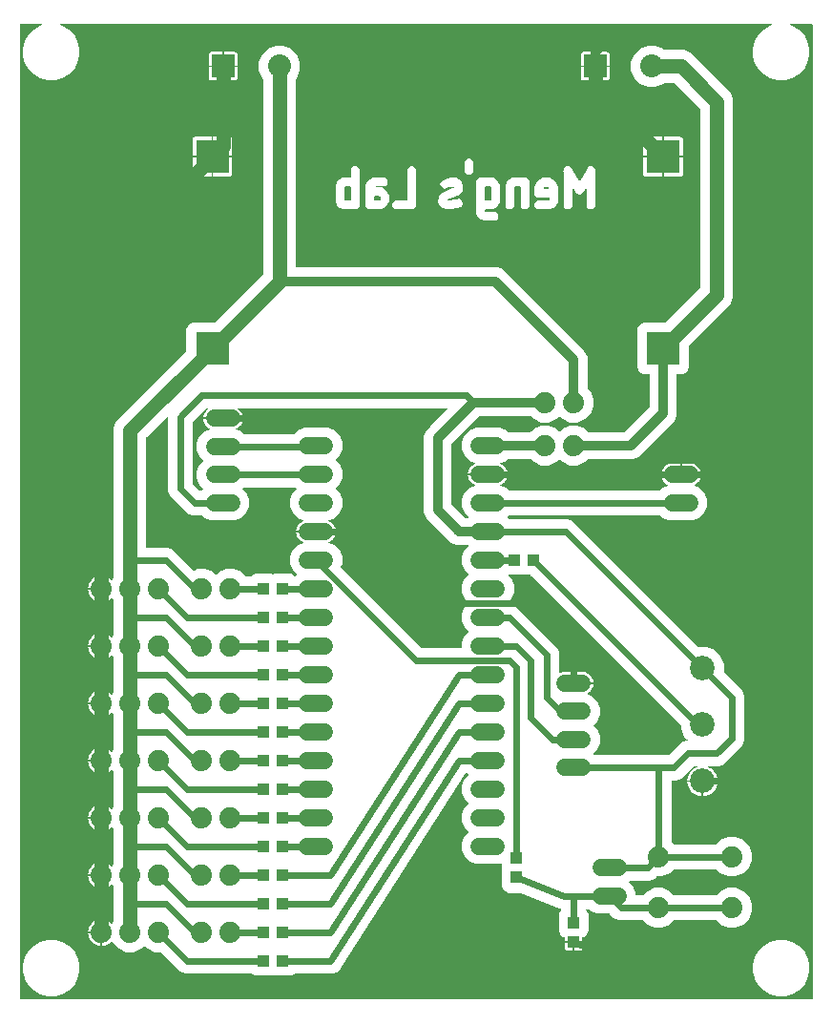
<source format=gbr>
G04 EAGLE Gerber X2 export*
%TF.Part,Single*%
%TF.FileFunction,Copper,L2,Bot,Mixed*%
%TF.FilePolarity,Positive*%
%TF.GenerationSoftware,Autodesk,EAGLE,8.6.3*%
%TF.CreationDate,2018-11-13T19:06:48Z*%
G75*
%MOMM*%
%FSLAX34Y34*%
%LPD*%
%AMOC8*
5,1,8,0,0,1.08239X$1,22.5*%
G01*
%ADD10C,1.508000*%
%ADD11C,1.879600*%
%ADD12R,2.032000X2.032000*%
%ADD13C,2.032000*%
%ADD14R,3.000000X3.000000*%
%ADD15R,1.100000X1.000000*%
%ADD16C,2.184400*%
%ADD17R,1.000000X1.100000*%
%ADD18C,0.812800*%
%ADD19C,1.270000*%
%ADD20C,0.609600*%

G36*
X713209Y10172D02*
X713209Y10172D01*
X713260Y10174D01*
X713292Y10192D01*
X713328Y10200D01*
X713367Y10233D01*
X713412Y10257D01*
X713433Y10287D01*
X713461Y10310D01*
X713482Y10357D01*
X713512Y10399D01*
X713520Y10441D01*
X713532Y10469D01*
X713531Y10499D01*
X713539Y10541D01*
X713539Y875159D01*
X713528Y875209D01*
X713526Y875260D01*
X713508Y875292D01*
X713500Y875328D01*
X713467Y875367D01*
X713443Y875412D01*
X713413Y875433D01*
X713390Y875461D01*
X713343Y875482D01*
X713301Y875512D01*
X713259Y875520D01*
X713231Y875532D01*
X713201Y875531D01*
X713159Y875539D01*
X693947Y875539D01*
X693910Y875531D01*
X693872Y875532D01*
X693827Y875511D01*
X693778Y875500D01*
X693749Y875476D01*
X693714Y875460D01*
X693683Y875421D01*
X693644Y875390D01*
X693629Y875355D01*
X693605Y875326D01*
X693594Y875277D01*
X693574Y875231D01*
X693575Y875194D01*
X693567Y875157D01*
X693578Y875108D01*
X693580Y875058D01*
X693598Y875025D01*
X693607Y874988D01*
X693639Y874950D01*
X693663Y874906D01*
X693694Y874884D01*
X693718Y874855D01*
X693774Y874828D01*
X693805Y874806D01*
X693827Y874802D01*
X693848Y874792D01*
X695512Y874346D01*
X701249Y871034D01*
X705934Y866349D01*
X709246Y860612D01*
X710960Y854215D01*
X710961Y854213D01*
X710961Y847587D01*
X709246Y841188D01*
X705934Y835451D01*
X701249Y830766D01*
X695512Y827454D01*
X689113Y825739D01*
X682487Y825739D01*
X676088Y827454D01*
X670351Y830766D01*
X665666Y835451D01*
X662354Y841188D01*
X661764Y843389D01*
X660639Y847587D01*
X660639Y854213D01*
X662354Y860612D01*
X665666Y866349D01*
X670351Y871034D01*
X676088Y874346D01*
X677752Y874792D01*
X677785Y874810D01*
X677822Y874818D01*
X677860Y874850D01*
X677904Y874874D01*
X677926Y874904D01*
X677956Y874928D01*
X677976Y874974D01*
X678005Y875015D01*
X678011Y875052D01*
X678026Y875087D01*
X678025Y875136D01*
X678032Y875186D01*
X678021Y875222D01*
X678020Y875260D01*
X677996Y875304D01*
X677981Y875351D01*
X677955Y875379D01*
X677937Y875412D01*
X677896Y875441D01*
X677862Y875477D01*
X677826Y875490D01*
X677795Y875512D01*
X677735Y875523D01*
X677699Y875536D01*
X677676Y875535D01*
X677653Y875539D01*
X46247Y875539D01*
X46210Y875531D01*
X46172Y875532D01*
X46127Y875511D01*
X46078Y875500D01*
X46049Y875476D01*
X46014Y875460D01*
X45983Y875421D01*
X45944Y875390D01*
X45929Y875355D01*
X45905Y875326D01*
X45894Y875277D01*
X45874Y875231D01*
X45875Y875194D01*
X45867Y875157D01*
X45878Y875108D01*
X45880Y875058D01*
X45898Y875025D01*
X45907Y874988D01*
X45939Y874950D01*
X45963Y874906D01*
X45994Y874884D01*
X46018Y874855D01*
X46074Y874828D01*
X46105Y874806D01*
X46127Y874802D01*
X46148Y874792D01*
X47812Y874346D01*
X53549Y871034D01*
X58234Y866349D01*
X61546Y860612D01*
X63260Y854215D01*
X63261Y854213D01*
X63261Y847587D01*
X61546Y841188D01*
X58234Y835451D01*
X53549Y830766D01*
X47812Y827454D01*
X41413Y825739D01*
X34787Y825739D01*
X28388Y827454D01*
X22651Y830766D01*
X17966Y835451D01*
X14654Y841188D01*
X14064Y843389D01*
X12939Y847587D01*
X12939Y854213D01*
X14654Y860612D01*
X17966Y866349D01*
X22651Y871034D01*
X28388Y874346D01*
X30052Y874792D01*
X30085Y874810D01*
X30122Y874818D01*
X30160Y874850D01*
X30204Y874874D01*
X30226Y874904D01*
X30256Y874928D01*
X30276Y874974D01*
X30305Y875015D01*
X30311Y875052D01*
X30326Y875087D01*
X30325Y875136D01*
X30332Y875186D01*
X30321Y875222D01*
X30320Y875260D01*
X30296Y875304D01*
X30281Y875351D01*
X30255Y875379D01*
X30237Y875412D01*
X30196Y875441D01*
X30162Y875477D01*
X30126Y875490D01*
X30095Y875512D01*
X30035Y875523D01*
X29999Y875536D01*
X29976Y875535D01*
X29953Y875539D01*
X10541Y875539D01*
X10491Y875528D01*
X10440Y875526D01*
X10408Y875508D01*
X10372Y875500D01*
X10333Y875467D01*
X10288Y875443D01*
X10267Y875413D01*
X10239Y875390D01*
X10218Y875343D01*
X10188Y875301D01*
X10180Y875259D01*
X10168Y875231D01*
X10169Y875201D01*
X10161Y875159D01*
X10161Y10541D01*
X10172Y10491D01*
X10174Y10440D01*
X10192Y10408D01*
X10200Y10372D01*
X10233Y10333D01*
X10257Y10288D01*
X10287Y10267D01*
X10310Y10239D01*
X10357Y10218D01*
X10399Y10188D01*
X10441Y10180D01*
X10469Y10168D01*
X10499Y10169D01*
X10541Y10161D01*
X713159Y10161D01*
X713209Y10172D01*
G37*
%LPC*%
G36*
X219333Y31321D02*
X219333Y31321D01*
X216345Y32559D01*
X215742Y33162D01*
X215678Y33202D01*
X215616Y33246D01*
X215604Y33248D01*
X215595Y33253D01*
X215558Y33257D01*
X215473Y33273D01*
X156527Y33273D01*
X152419Y34975D01*
X135182Y52212D01*
X135117Y52252D01*
X135055Y52296D01*
X135043Y52298D01*
X135035Y52303D01*
X134998Y52307D01*
X134913Y52323D01*
X129864Y52323D01*
X123422Y54992D01*
X120919Y57495D01*
X120876Y57522D01*
X120838Y57556D01*
X120803Y57567D01*
X120772Y57586D01*
X120721Y57591D01*
X120672Y57605D01*
X120636Y57599D01*
X120599Y57603D01*
X120552Y57584D01*
X120501Y57576D01*
X120466Y57552D01*
X120437Y57541D01*
X120416Y57518D01*
X120381Y57495D01*
X117878Y54992D01*
X111436Y52323D01*
X104464Y52323D01*
X98022Y54992D01*
X93092Y59922D01*
X92259Y61932D01*
X92237Y61963D01*
X92223Y61999D01*
X92187Y62032D01*
X92158Y62072D01*
X92124Y62090D01*
X92096Y62117D01*
X92049Y62131D01*
X92005Y62154D01*
X91967Y62155D01*
X91930Y62166D01*
X91881Y62157D01*
X91832Y62159D01*
X91797Y62143D01*
X91759Y62136D01*
X91709Y62102D01*
X91674Y62086D01*
X91661Y62070D01*
X91639Y62055D01*
X90328Y60744D01*
X88807Y59639D01*
X87133Y58786D01*
X85346Y58205D01*
X83490Y57911D01*
X83311Y57911D01*
X83311Y69469D01*
X83300Y69519D01*
X83298Y69570D01*
X83280Y69602D01*
X83272Y69638D01*
X83239Y69677D01*
X83215Y69722D01*
X83185Y69743D01*
X83162Y69771D01*
X83115Y69792D01*
X83073Y69821D01*
X83031Y69830D01*
X83003Y69842D01*
X82973Y69841D01*
X82931Y69849D01*
X82549Y69849D01*
X82549Y69851D01*
X82931Y69851D01*
X82981Y69863D01*
X83032Y69864D01*
X83064Y69882D01*
X83100Y69890D01*
X83139Y69923D01*
X83184Y69947D01*
X83205Y69977D01*
X83233Y70001D01*
X83254Y70047D01*
X83284Y70089D01*
X83292Y70131D01*
X83304Y70159D01*
X83304Y70167D01*
X83304Y70168D01*
X83303Y70191D01*
X83311Y70231D01*
X83311Y81789D01*
X83490Y81789D01*
X85346Y81495D01*
X87133Y80914D01*
X88807Y80061D01*
X90328Y78956D01*
X91639Y77645D01*
X91672Y77625D01*
X91698Y77597D01*
X91744Y77580D01*
X91786Y77554D01*
X91824Y77550D01*
X91860Y77537D01*
X91909Y77542D01*
X91959Y77537D01*
X91995Y77551D01*
X92033Y77555D01*
X92074Y77581D01*
X92121Y77599D01*
X92147Y77627D01*
X92179Y77647D01*
X92213Y77698D01*
X92238Y77726D01*
X92244Y77746D01*
X92259Y77768D01*
X93092Y79778D01*
X93360Y80046D01*
X93400Y80111D01*
X93444Y80173D01*
X93446Y80185D01*
X93451Y80194D01*
X93455Y80231D01*
X93471Y80315D01*
X93471Y110185D01*
X93459Y110238D01*
X93458Y110267D01*
X93450Y110281D01*
X93441Y110334D01*
X93434Y110344D01*
X93432Y110353D01*
X93408Y110382D01*
X93360Y110454D01*
X93092Y110722D01*
X92259Y112732D01*
X92237Y112763D01*
X92223Y112799D01*
X92187Y112832D01*
X92158Y112872D01*
X92124Y112890D01*
X92096Y112917D01*
X92049Y112931D01*
X92005Y112954D01*
X91967Y112955D01*
X91930Y112966D01*
X91881Y112957D01*
X91832Y112959D01*
X91797Y112943D01*
X91759Y112936D01*
X91709Y112902D01*
X91674Y112886D01*
X91661Y112870D01*
X91639Y112855D01*
X90328Y111544D01*
X88807Y110439D01*
X87133Y109586D01*
X85346Y109005D01*
X83490Y108711D01*
X83311Y108711D01*
X83311Y120269D01*
X83300Y120319D01*
X83298Y120370D01*
X83280Y120402D01*
X83272Y120438D01*
X83239Y120477D01*
X83215Y120522D01*
X83185Y120543D01*
X83162Y120571D01*
X83115Y120592D01*
X83073Y120621D01*
X83031Y120630D01*
X83003Y120642D01*
X82973Y120641D01*
X82931Y120649D01*
X82549Y120649D01*
X82549Y120651D01*
X82931Y120651D01*
X82981Y120663D01*
X83032Y120664D01*
X83064Y120682D01*
X83100Y120690D01*
X83139Y120723D01*
X83184Y120747D01*
X83205Y120777D01*
X83233Y120801D01*
X83254Y120847D01*
X83284Y120889D01*
X83292Y120931D01*
X83304Y120959D01*
X83303Y120989D01*
X83311Y121031D01*
X83311Y132589D01*
X83490Y132589D01*
X85346Y132295D01*
X87133Y131714D01*
X88807Y130861D01*
X90328Y129756D01*
X91639Y128445D01*
X91672Y128425D01*
X91698Y128397D01*
X91744Y128380D01*
X91786Y128354D01*
X91824Y128350D01*
X91860Y128337D01*
X91909Y128342D01*
X91959Y128337D01*
X91995Y128351D01*
X92033Y128355D01*
X92074Y128381D01*
X92121Y128399D01*
X92147Y128427D01*
X92179Y128447D01*
X92213Y128498D01*
X92238Y128526D01*
X92244Y128546D01*
X92259Y128568D01*
X93092Y130578D01*
X93360Y130846D01*
X93400Y130911D01*
X93444Y130973D01*
X93446Y130985D01*
X93451Y130994D01*
X93455Y131031D01*
X93471Y131115D01*
X93471Y160985D01*
X93454Y161059D01*
X93441Y161133D01*
X93434Y161144D01*
X93432Y161153D01*
X93408Y161182D01*
X93360Y161254D01*
X93092Y161522D01*
X92259Y163532D01*
X92237Y163563D01*
X92223Y163599D01*
X92187Y163632D01*
X92158Y163672D01*
X92124Y163690D01*
X92096Y163717D01*
X92049Y163731D01*
X92005Y163754D01*
X91967Y163755D01*
X91930Y163766D01*
X91881Y163757D01*
X91832Y163759D01*
X91797Y163743D01*
X91759Y163736D01*
X91709Y163702D01*
X91674Y163686D01*
X91661Y163670D01*
X91639Y163655D01*
X90328Y162344D01*
X88807Y161239D01*
X87133Y160386D01*
X85346Y159805D01*
X83490Y159511D01*
X83311Y159511D01*
X83311Y171069D01*
X83300Y171119D01*
X83298Y171170D01*
X83280Y171202D01*
X83272Y171238D01*
X83239Y171277D01*
X83215Y171322D01*
X83185Y171343D01*
X83162Y171371D01*
X83115Y171392D01*
X83073Y171421D01*
X83031Y171430D01*
X83003Y171442D01*
X82973Y171441D01*
X82931Y171449D01*
X82549Y171449D01*
X82549Y171451D01*
X82931Y171451D01*
X82981Y171463D01*
X83032Y171464D01*
X83064Y171482D01*
X83100Y171490D01*
X83139Y171523D01*
X83184Y171547D01*
X83205Y171577D01*
X83233Y171601D01*
X83254Y171647D01*
X83284Y171689D01*
X83292Y171731D01*
X83304Y171759D01*
X83303Y171789D01*
X83311Y171831D01*
X83311Y183389D01*
X83490Y183389D01*
X85346Y183095D01*
X87133Y182514D01*
X88807Y181661D01*
X90328Y180556D01*
X91639Y179245D01*
X91672Y179225D01*
X91698Y179197D01*
X91744Y179180D01*
X91786Y179154D01*
X91824Y179150D01*
X91860Y179137D01*
X91909Y179142D01*
X91959Y179137D01*
X91995Y179151D01*
X92033Y179155D01*
X92074Y179181D01*
X92121Y179199D01*
X92147Y179227D01*
X92179Y179247D01*
X92213Y179298D01*
X92238Y179326D01*
X92244Y179346D01*
X92259Y179368D01*
X93092Y181378D01*
X93360Y181646D01*
X93400Y181711D01*
X93444Y181773D01*
X93446Y181785D01*
X93451Y181794D01*
X93455Y181831D01*
X93471Y181915D01*
X93471Y211785D01*
X93454Y211859D01*
X93441Y211934D01*
X93434Y211944D01*
X93432Y211953D01*
X93408Y211982D01*
X93360Y212054D01*
X93092Y212322D01*
X92259Y214332D01*
X92237Y214363D01*
X92223Y214399D01*
X92187Y214432D01*
X92158Y214472D01*
X92124Y214490D01*
X92096Y214517D01*
X92049Y214531D01*
X92005Y214554D01*
X91967Y214555D01*
X91930Y214566D01*
X91881Y214557D01*
X91832Y214559D01*
X91797Y214543D01*
X91759Y214536D01*
X91709Y214502D01*
X91674Y214486D01*
X91661Y214470D01*
X91639Y214455D01*
X90328Y213144D01*
X88807Y212039D01*
X87133Y211186D01*
X85346Y210605D01*
X83490Y210311D01*
X83311Y210311D01*
X83311Y221869D01*
X83300Y221919D01*
X83298Y221970D01*
X83280Y222002D01*
X83272Y222038D01*
X83239Y222077D01*
X83215Y222122D01*
X83185Y222143D01*
X83162Y222171D01*
X83115Y222192D01*
X83073Y222221D01*
X83031Y222230D01*
X83003Y222242D01*
X82973Y222241D01*
X82931Y222249D01*
X82549Y222249D01*
X82549Y222251D01*
X82931Y222251D01*
X82981Y222263D01*
X83032Y222264D01*
X83064Y222282D01*
X83100Y222290D01*
X83139Y222323D01*
X83184Y222347D01*
X83205Y222377D01*
X83233Y222401D01*
X83254Y222447D01*
X83284Y222489D01*
X83292Y222531D01*
X83304Y222559D01*
X83303Y222589D01*
X83311Y222631D01*
X83311Y234189D01*
X83490Y234189D01*
X85346Y233895D01*
X87133Y233314D01*
X88807Y232461D01*
X90328Y231356D01*
X91639Y230045D01*
X91672Y230025D01*
X91698Y229997D01*
X91744Y229980D01*
X91745Y229979D01*
X91754Y229973D01*
X91756Y229973D01*
X91786Y229954D01*
X91824Y229950D01*
X91860Y229937D01*
X91909Y229942D01*
X91959Y229937D01*
X91995Y229951D01*
X92033Y229955D01*
X92074Y229981D01*
X92121Y229999D01*
X92147Y230027D01*
X92179Y230047D01*
X92205Y230087D01*
X92215Y230095D01*
X92220Y230106D01*
X92238Y230126D01*
X92244Y230146D01*
X92259Y230168D01*
X93092Y232178D01*
X93360Y232446D01*
X93400Y232511D01*
X93444Y232573D01*
X93446Y232585D01*
X93451Y232594D01*
X93455Y232631D01*
X93471Y232715D01*
X93471Y262585D01*
X93454Y262659D01*
X93441Y262733D01*
X93434Y262744D01*
X93432Y262753D01*
X93408Y262782D01*
X93360Y262854D01*
X93092Y263122D01*
X92259Y265132D01*
X92237Y265163D01*
X92223Y265199D01*
X92187Y265232D01*
X92158Y265272D01*
X92124Y265290D01*
X92096Y265317D01*
X92049Y265331D01*
X92005Y265354D01*
X91967Y265355D01*
X91930Y265366D01*
X91881Y265357D01*
X91832Y265359D01*
X91797Y265343D01*
X91759Y265336D01*
X91709Y265302D01*
X91674Y265286D01*
X91661Y265270D01*
X91639Y265255D01*
X90328Y263944D01*
X88807Y262839D01*
X87133Y261986D01*
X85346Y261405D01*
X83490Y261111D01*
X83311Y261111D01*
X83311Y272669D01*
X83300Y272719D01*
X83298Y272770D01*
X83280Y272802D01*
X83272Y272838D01*
X83239Y272877D01*
X83215Y272922D01*
X83185Y272943D01*
X83162Y272971D01*
X83115Y272992D01*
X83073Y273021D01*
X83031Y273030D01*
X83003Y273042D01*
X82973Y273041D01*
X82931Y273049D01*
X82549Y273049D01*
X82549Y273051D01*
X82931Y273051D01*
X82981Y273063D01*
X83032Y273064D01*
X83064Y273082D01*
X83100Y273090D01*
X83139Y273123D01*
X83184Y273147D01*
X83205Y273177D01*
X83233Y273201D01*
X83254Y273247D01*
X83284Y273289D01*
X83292Y273331D01*
X83304Y273359D01*
X83303Y273389D01*
X83311Y273431D01*
X83311Y284989D01*
X83490Y284989D01*
X85346Y284695D01*
X87133Y284114D01*
X88807Y283261D01*
X90328Y282156D01*
X91639Y280845D01*
X91672Y280825D01*
X91698Y280797D01*
X91744Y280780D01*
X91786Y280754D01*
X91824Y280750D01*
X91860Y280737D01*
X91909Y280742D01*
X91959Y280737D01*
X91995Y280751D01*
X92033Y280755D01*
X92074Y280781D01*
X92121Y280799D01*
X92147Y280827D01*
X92179Y280847D01*
X92213Y280898D01*
X92238Y280926D01*
X92244Y280946D01*
X92259Y280968D01*
X93092Y282978D01*
X93360Y283246D01*
X93400Y283311D01*
X93444Y283373D01*
X93446Y283385D01*
X93451Y283394D01*
X93455Y283431D01*
X93471Y283515D01*
X93471Y313385D01*
X93454Y313459D01*
X93441Y313534D01*
X93434Y313544D01*
X93432Y313553D01*
X93408Y313582D01*
X93360Y313654D01*
X93092Y313922D01*
X92259Y315932D01*
X92237Y315963D01*
X92223Y315999D01*
X92187Y316032D01*
X92158Y316072D01*
X92124Y316090D01*
X92096Y316117D01*
X92049Y316131D01*
X92005Y316154D01*
X91967Y316155D01*
X91930Y316166D01*
X91881Y316157D01*
X91832Y316159D01*
X91797Y316143D01*
X91759Y316136D01*
X91709Y316102D01*
X91674Y316086D01*
X91661Y316070D01*
X91639Y316055D01*
X90328Y314744D01*
X88807Y313639D01*
X87133Y312786D01*
X85346Y312205D01*
X83490Y311911D01*
X83311Y311911D01*
X83311Y323469D01*
X83300Y323519D01*
X83298Y323570D01*
X83280Y323602D01*
X83272Y323638D01*
X83239Y323677D01*
X83215Y323722D01*
X83185Y323743D01*
X83162Y323771D01*
X83115Y323792D01*
X83073Y323821D01*
X83031Y323830D01*
X83003Y323842D01*
X82973Y323841D01*
X82931Y323849D01*
X82549Y323849D01*
X82549Y323851D01*
X82931Y323851D01*
X82981Y323863D01*
X83032Y323864D01*
X83064Y323882D01*
X83100Y323890D01*
X83139Y323923D01*
X83184Y323947D01*
X83205Y323977D01*
X83233Y324001D01*
X83254Y324047D01*
X83284Y324089D01*
X83292Y324131D01*
X83304Y324159D01*
X83304Y324174D01*
X83304Y324175D01*
X83304Y324192D01*
X83311Y324231D01*
X83311Y335789D01*
X83490Y335789D01*
X85346Y335495D01*
X87133Y334914D01*
X88807Y334061D01*
X90328Y332956D01*
X91639Y331645D01*
X91672Y331625D01*
X91698Y331597D01*
X91744Y331580D01*
X91786Y331554D01*
X91824Y331550D01*
X91860Y331537D01*
X91909Y331542D01*
X91959Y331537D01*
X91995Y331551D01*
X92033Y331555D01*
X92074Y331581D01*
X92121Y331599D01*
X92147Y331627D01*
X92179Y331647D01*
X92213Y331698D01*
X92238Y331726D01*
X92244Y331746D01*
X92259Y331768D01*
X93092Y333778D01*
X93360Y334046D01*
X93400Y334111D01*
X93444Y334173D01*
X93446Y334185D01*
X93451Y334194D01*
X93455Y334231D01*
X93471Y334315D01*
X93471Y364185D01*
X93459Y364237D01*
X93458Y364274D01*
X93448Y364292D01*
X93441Y364333D01*
X93434Y364344D01*
X93432Y364353D01*
X93408Y364382D01*
X93360Y364454D01*
X93092Y364722D01*
X92259Y366732D01*
X92237Y366763D01*
X92223Y366799D01*
X92187Y366832D01*
X92158Y366872D01*
X92124Y366890D01*
X92096Y366917D01*
X92049Y366931D01*
X92005Y366954D01*
X91967Y366955D01*
X91930Y366966D01*
X91881Y366957D01*
X91832Y366959D01*
X91797Y366943D01*
X91759Y366936D01*
X91709Y366902D01*
X91674Y366886D01*
X91661Y366870D01*
X91639Y366855D01*
X90328Y365544D01*
X88807Y364439D01*
X87133Y363586D01*
X85346Y363005D01*
X83490Y362711D01*
X83311Y362711D01*
X83311Y374269D01*
X83300Y374319D01*
X83298Y374370D01*
X83280Y374402D01*
X83272Y374438D01*
X83239Y374477D01*
X83215Y374522D01*
X83185Y374543D01*
X83162Y374571D01*
X83115Y374592D01*
X83073Y374621D01*
X83031Y374630D01*
X83003Y374642D01*
X82973Y374641D01*
X82931Y374649D01*
X82549Y374649D01*
X82549Y374651D01*
X82931Y374651D01*
X82981Y374663D01*
X83032Y374664D01*
X83064Y374682D01*
X83100Y374690D01*
X83139Y374723D01*
X83184Y374747D01*
X83205Y374777D01*
X83233Y374801D01*
X83254Y374847D01*
X83284Y374889D01*
X83292Y374931D01*
X83304Y374959D01*
X83303Y374989D01*
X83311Y375031D01*
X83311Y386589D01*
X83490Y386589D01*
X85346Y386295D01*
X87133Y385714D01*
X88807Y384861D01*
X90328Y383756D01*
X91639Y382445D01*
X91672Y382425D01*
X91698Y382397D01*
X91744Y382380D01*
X91786Y382354D01*
X91824Y382350D01*
X91860Y382337D01*
X91909Y382342D01*
X91959Y382337D01*
X91995Y382351D01*
X92033Y382355D01*
X92074Y382381D01*
X92121Y382399D01*
X92147Y382427D01*
X92179Y382447D01*
X92213Y382498D01*
X92238Y382526D01*
X92244Y382546D01*
X92259Y382568D01*
X93092Y384578D01*
X93360Y384846D01*
X93400Y384911D01*
X93444Y384973D01*
X93446Y384985D01*
X93451Y384994D01*
X93455Y385031D01*
X93471Y385115D01*
X93471Y517930D01*
X95676Y523252D01*
X157760Y585336D01*
X157800Y585401D01*
X157844Y585463D01*
X157846Y585475D01*
X157851Y585483D01*
X157855Y585520D01*
X157871Y585605D01*
X157871Y604717D01*
X159109Y607705D01*
X161395Y609991D01*
X164383Y611229D01*
X183495Y611229D01*
X183569Y611246D01*
X183644Y611259D01*
X183654Y611266D01*
X183664Y611268D01*
X183693Y611292D01*
X183764Y611340D01*
X225910Y653486D01*
X225950Y653551D01*
X225994Y653613D01*
X225996Y653625D01*
X226001Y653633D01*
X226005Y653670D01*
X226021Y653755D01*
X226021Y826657D01*
X226004Y826731D01*
X225991Y826806D01*
X225984Y826816D01*
X225982Y826826D01*
X225958Y826855D01*
X225910Y826926D01*
X224996Y827840D01*
X222211Y834562D01*
X222211Y841838D01*
X224996Y848560D01*
X230140Y853704D01*
X236862Y856489D01*
X244138Y856489D01*
X250860Y853704D01*
X256004Y848560D01*
X258789Y841838D01*
X258789Y834562D01*
X256004Y827840D01*
X255090Y826926D01*
X255050Y826861D01*
X255006Y826799D01*
X255004Y826787D01*
X254999Y826779D01*
X254995Y826742D01*
X254979Y826657D01*
X254979Y660173D01*
X254990Y660123D01*
X254992Y660072D01*
X255010Y660040D01*
X255018Y660004D01*
X255051Y659965D01*
X255075Y659920D01*
X255105Y659899D01*
X255128Y659871D01*
X255175Y659850D01*
X255217Y659820D01*
X255259Y659812D01*
X255287Y659800D01*
X255317Y659801D01*
X255359Y659793D01*
X434325Y659793D01*
X438807Y657936D01*
X511986Y584757D01*
X513843Y580275D01*
X513843Y552501D01*
X513860Y552427D01*
X513873Y552353D01*
X513880Y552342D01*
X513882Y552333D01*
X513906Y552304D01*
X513954Y552232D01*
X516508Y549678D01*
X519177Y543236D01*
X519177Y536264D01*
X516508Y529822D01*
X511578Y524892D01*
X505136Y522223D01*
X498164Y522223D01*
X491722Y524892D01*
X489219Y527395D01*
X489176Y527422D01*
X489138Y527456D01*
X489103Y527467D01*
X489072Y527486D01*
X489021Y527491D01*
X488972Y527505D01*
X488936Y527499D01*
X488899Y527503D01*
X488852Y527484D01*
X488801Y527476D01*
X488766Y527452D01*
X488737Y527441D01*
X488716Y527418D01*
X488681Y527395D01*
X486178Y524892D01*
X479736Y522223D01*
X472764Y522223D01*
X466322Y524892D01*
X463768Y527446D01*
X463703Y527486D01*
X463641Y527530D01*
X463629Y527532D01*
X463620Y527537D01*
X463583Y527541D01*
X463499Y527557D01*
X417958Y527557D01*
X417884Y527540D01*
X417809Y527527D01*
X417799Y527520D01*
X417789Y527518D01*
X417760Y527494D01*
X417689Y527446D01*
X393304Y503061D01*
X393264Y502996D01*
X393220Y502934D01*
X393218Y502922D01*
X393213Y502914D01*
X393209Y502877D01*
X393193Y502792D01*
X393193Y449708D01*
X393205Y449654D01*
X393206Y449629D01*
X393213Y449617D01*
X393223Y449559D01*
X393230Y449549D01*
X393232Y449539D01*
X393256Y449510D01*
X393304Y449439D01*
X404989Y437754D01*
X405054Y437714D01*
X405116Y437670D01*
X405128Y437668D01*
X405136Y437663D01*
X405173Y437659D01*
X405258Y437643D01*
X407786Y437643D01*
X407860Y437660D01*
X407935Y437673D01*
X407945Y437680D01*
X407955Y437682D01*
X407984Y437706D01*
X408055Y437754D01*
X408182Y437881D01*
X408209Y437924D01*
X408244Y437962D01*
X408254Y437997D01*
X408274Y438028D01*
X408278Y438079D01*
X408293Y438128D01*
X408287Y438164D01*
X408290Y438201D01*
X408272Y438249D01*
X408263Y438299D01*
X408239Y438334D01*
X408229Y438363D01*
X408206Y438384D01*
X408182Y438419D01*
X404627Y441974D01*
X402241Y447733D01*
X402241Y453967D01*
X404627Y459726D01*
X409034Y464133D01*
X414037Y466206D01*
X414046Y466212D01*
X414056Y466214D01*
X414116Y466262D01*
X414178Y466307D01*
X414183Y466316D01*
X414191Y466323D01*
X414223Y466392D01*
X414259Y466460D01*
X414260Y466470D01*
X414264Y466480D01*
X414262Y466557D01*
X414264Y466633D01*
X414260Y466643D01*
X414259Y466653D01*
X414224Y466721D01*
X414192Y466790D01*
X414184Y466797D01*
X414178Y466806D01*
X414064Y466896D01*
X412626Y467628D01*
X411343Y468561D01*
X410221Y469683D01*
X409288Y470966D01*
X408568Y472380D01*
X408078Y473889D01*
X407829Y475457D01*
X407829Y475489D01*
X425069Y475489D01*
X425119Y475500D01*
X425170Y475502D01*
X425202Y475520D01*
X425238Y475528D01*
X425277Y475561D01*
X425322Y475585D01*
X425343Y475615D01*
X425371Y475638D01*
X425392Y475685D01*
X425421Y475727D01*
X425430Y475769D01*
X425442Y475797D01*
X425441Y475827D01*
X425449Y475869D01*
X425449Y476631D01*
X425437Y476681D01*
X425436Y476732D01*
X425418Y476764D01*
X425410Y476800D01*
X425377Y476839D01*
X425353Y476884D01*
X425323Y476905D01*
X425299Y476933D01*
X425253Y476954D01*
X425211Y476984D01*
X425169Y476992D01*
X425141Y477004D01*
X425111Y477003D01*
X425069Y477011D01*
X407829Y477011D01*
X407829Y477043D01*
X408078Y478611D01*
X408568Y480120D01*
X409288Y481534D01*
X410221Y482817D01*
X411343Y483939D01*
X412626Y484872D01*
X414064Y485604D01*
X414072Y485611D01*
X414083Y485614D01*
X414138Y485667D01*
X414197Y485716D01*
X414201Y485726D01*
X414209Y485733D01*
X414235Y485805D01*
X414266Y485875D01*
X414265Y485886D01*
X414269Y485896D01*
X414261Y485972D01*
X414257Y486048D01*
X414252Y486057D01*
X414251Y486068D01*
X414210Y486133D01*
X414173Y486199D01*
X414164Y486205D01*
X414158Y486215D01*
X414037Y486294D01*
X409034Y488367D01*
X404627Y492774D01*
X402241Y498533D01*
X402241Y504767D01*
X404627Y510526D01*
X409034Y514933D01*
X414793Y517319D01*
X436107Y517319D01*
X441866Y514933D01*
X442845Y513954D01*
X442909Y513914D01*
X442971Y513870D01*
X442984Y513868D01*
X442992Y513863D01*
X443029Y513859D01*
X443114Y513843D01*
X463499Y513843D01*
X463573Y513860D01*
X463647Y513873D01*
X463658Y513880D01*
X463667Y513882D01*
X463696Y513906D01*
X463768Y513954D01*
X466322Y516508D01*
X472764Y519177D01*
X479736Y519177D01*
X486178Y516508D01*
X488681Y514005D01*
X488724Y513978D01*
X488762Y513944D01*
X488797Y513933D01*
X488828Y513914D01*
X488879Y513909D01*
X488928Y513895D01*
X488964Y513901D01*
X489001Y513897D01*
X489048Y513916D01*
X489099Y513924D01*
X489134Y513948D01*
X489163Y513959D01*
X489184Y513982D01*
X489219Y514005D01*
X491722Y516508D01*
X498164Y519177D01*
X505136Y519177D01*
X511578Y516508D01*
X514132Y513954D01*
X514197Y513914D01*
X514259Y513870D01*
X514271Y513868D01*
X514280Y513863D01*
X514317Y513859D01*
X514401Y513843D01*
X547242Y513843D01*
X547316Y513860D01*
X547391Y513873D01*
X547401Y513880D01*
X547411Y513882D01*
X547440Y513906D01*
X547511Y513954D01*
X568696Y535139D01*
X568736Y535204D01*
X568780Y535266D01*
X568782Y535278D01*
X568787Y535286D01*
X568791Y535323D01*
X568807Y535408D01*
X568807Y564591D01*
X568796Y564641D01*
X568794Y564692D01*
X568776Y564724D01*
X568768Y564760D01*
X568735Y564799D01*
X568711Y564844D01*
X568681Y564865D01*
X568658Y564893D01*
X568611Y564914D01*
X568569Y564944D01*
X568527Y564952D01*
X568499Y564964D01*
X568469Y564963D01*
X568427Y564971D01*
X564383Y564971D01*
X561395Y566209D01*
X559109Y568495D01*
X557871Y571483D01*
X557871Y604717D01*
X559109Y607705D01*
X561395Y609991D01*
X564383Y611229D01*
X583495Y611229D01*
X583569Y611246D01*
X583644Y611259D01*
X583654Y611266D01*
X583664Y611268D01*
X583693Y611292D01*
X583764Y611340D01*
X614060Y641636D01*
X614100Y641701D01*
X614144Y641763D01*
X614146Y641775D01*
X614151Y641783D01*
X614155Y641820D01*
X614171Y641905D01*
X614171Y800295D01*
X614154Y800369D01*
X614141Y800444D01*
X614134Y800454D01*
X614132Y800464D01*
X614108Y800493D01*
X614060Y800564D01*
X591014Y823610D01*
X590949Y823650D01*
X590887Y823694D01*
X590875Y823696D01*
X590867Y823701D01*
X590830Y823705D01*
X590745Y823721D01*
X582243Y823721D01*
X582169Y823704D01*
X582094Y823691D01*
X582084Y823684D01*
X582074Y823682D01*
X582045Y823658D01*
X581974Y823610D01*
X581060Y822696D01*
X574338Y819911D01*
X567062Y819911D01*
X560340Y822696D01*
X555196Y827840D01*
X552411Y834562D01*
X552411Y841838D01*
X555196Y848560D01*
X560340Y853704D01*
X567062Y856489D01*
X574338Y856489D01*
X581060Y853704D01*
X581974Y852790D01*
X582039Y852750D01*
X582101Y852706D01*
X582113Y852704D01*
X582121Y852699D01*
X582158Y852695D01*
X582243Y852679D01*
X599780Y852679D01*
X605102Y850474D01*
X640924Y814652D01*
X643129Y809330D01*
X643129Y632870D01*
X640924Y627548D01*
X604240Y590864D01*
X604200Y590799D01*
X604156Y590737D01*
X604154Y590725D01*
X604149Y590717D01*
X604145Y590680D01*
X604129Y590595D01*
X604129Y571483D01*
X602891Y568495D01*
X600605Y566209D01*
X597617Y564971D01*
X593573Y564971D01*
X593523Y564960D01*
X593472Y564958D01*
X593440Y564940D01*
X593404Y564932D01*
X593365Y564899D01*
X593320Y564875D01*
X593299Y564845D01*
X593271Y564822D01*
X593250Y564775D01*
X593220Y564733D01*
X593212Y564691D01*
X593200Y564663D01*
X593201Y564640D01*
X593200Y564638D01*
X593200Y564629D01*
X593193Y564591D01*
X593193Y527775D01*
X591336Y523293D01*
X559357Y491314D01*
X554875Y489457D01*
X514401Y489457D01*
X514327Y489440D01*
X514253Y489427D01*
X514242Y489420D01*
X514233Y489418D01*
X514204Y489394D01*
X514132Y489346D01*
X511578Y486792D01*
X505136Y484123D01*
X498164Y484123D01*
X491722Y486792D01*
X489219Y489295D01*
X489176Y489321D01*
X489138Y489356D01*
X489103Y489367D01*
X489072Y489386D01*
X489021Y489391D01*
X488972Y489405D01*
X488936Y489399D01*
X488899Y489403D01*
X488851Y489384D01*
X488801Y489376D01*
X488766Y489352D01*
X488737Y489341D01*
X488716Y489318D01*
X488681Y489295D01*
X486178Y486792D01*
X479736Y484123D01*
X472764Y484123D01*
X466322Y486792D01*
X463768Y489346D01*
X463703Y489386D01*
X463641Y489430D01*
X463629Y489432D01*
X463620Y489437D01*
X463583Y489441D01*
X463499Y489457D01*
X443114Y489457D01*
X443040Y489440D01*
X442965Y489427D01*
X442955Y489420D01*
X442945Y489418D01*
X442916Y489394D01*
X442845Y489346D01*
X441866Y488367D01*
X436863Y486294D01*
X436854Y486288D01*
X436844Y486286D01*
X436784Y486238D01*
X436722Y486193D01*
X436717Y486184D01*
X436709Y486177D01*
X436677Y486108D01*
X436641Y486040D01*
X436640Y486030D01*
X436636Y486020D01*
X436638Y485943D01*
X436636Y485867D01*
X436640Y485857D01*
X436641Y485847D01*
X436676Y485779D01*
X436708Y485710D01*
X436716Y485703D01*
X436722Y485694D01*
X436836Y485604D01*
X438274Y484872D01*
X439557Y483939D01*
X440679Y482817D01*
X441612Y481534D01*
X442332Y480120D01*
X442822Y478611D01*
X443071Y477043D01*
X443071Y477011D01*
X425831Y477011D01*
X425781Y477000D01*
X425730Y476998D01*
X425698Y476980D01*
X425662Y476972D01*
X425623Y476939D01*
X425578Y476915D01*
X425557Y476885D01*
X425529Y476862D01*
X425508Y476815D01*
X425479Y476773D01*
X425470Y476731D01*
X425458Y476703D01*
X425459Y476673D01*
X425451Y476631D01*
X425451Y475869D01*
X425463Y475819D01*
X425464Y475768D01*
X425482Y475736D01*
X425490Y475700D01*
X425523Y475661D01*
X425547Y475616D01*
X425577Y475595D01*
X425601Y475567D01*
X425647Y475546D01*
X425689Y475516D01*
X425731Y475508D01*
X425759Y475496D01*
X425789Y475497D01*
X425831Y475489D01*
X443071Y475489D01*
X443071Y475457D01*
X442822Y473889D01*
X442332Y472380D01*
X441612Y470966D01*
X440679Y469683D01*
X439557Y468561D01*
X438274Y467628D01*
X436836Y466896D01*
X436828Y466889D01*
X436817Y466886D01*
X436762Y466833D01*
X436703Y466784D01*
X436699Y466774D01*
X436691Y466767D01*
X436665Y466695D01*
X436634Y466625D01*
X436635Y466614D01*
X436631Y466604D01*
X436639Y466528D01*
X436643Y466452D01*
X436648Y466443D01*
X436649Y466432D01*
X436690Y466367D01*
X436727Y466301D01*
X436736Y466295D01*
X436742Y466285D01*
X436863Y466206D01*
X441866Y464133D01*
X443861Y462138D01*
X443925Y462098D01*
X443987Y462054D01*
X444000Y462052D01*
X444008Y462047D01*
X444045Y462043D01*
X444130Y462027D01*
X578220Y462027D01*
X578294Y462044D01*
X578369Y462057D01*
X578379Y462064D01*
X578389Y462066D01*
X578418Y462090D01*
X578489Y462138D01*
X580484Y464133D01*
X585054Y466026D01*
X585063Y466032D01*
X585073Y466035D01*
X585133Y466083D01*
X585195Y466127D01*
X585200Y466137D01*
X585208Y466143D01*
X585240Y466213D01*
X585276Y466280D01*
X585277Y466291D01*
X585281Y466301D01*
X585279Y466377D01*
X585281Y466453D01*
X585277Y466463D01*
X585276Y466474D01*
X585241Y466541D01*
X585209Y466611D01*
X585200Y466618D01*
X585195Y466627D01*
X585081Y466716D01*
X584076Y467228D01*
X582793Y468161D01*
X581671Y469283D01*
X580738Y470566D01*
X580018Y471980D01*
X579528Y473489D01*
X579279Y475057D01*
X579279Y475089D01*
X596519Y475089D01*
X596569Y475100D01*
X596620Y475102D01*
X596652Y475120D01*
X596688Y475128D01*
X596727Y475161D01*
X596772Y475185D01*
X596793Y475215D01*
X596821Y475238D01*
X596842Y475285D01*
X596871Y475327D01*
X596880Y475369D01*
X596892Y475397D01*
X596891Y475427D01*
X596899Y475469D01*
X596899Y475851D01*
X596901Y475851D01*
X596901Y475469D01*
X596913Y475419D01*
X596914Y475368D01*
X596932Y475336D01*
X596940Y475300D01*
X596973Y475261D01*
X596997Y475216D01*
X597027Y475195D01*
X597051Y475167D01*
X597097Y475146D01*
X597139Y475116D01*
X597181Y475108D01*
X597209Y475096D01*
X597239Y475097D01*
X597281Y475089D01*
X614521Y475089D01*
X614521Y475057D01*
X614272Y473489D01*
X613782Y471980D01*
X613062Y470566D01*
X612129Y469283D01*
X611007Y468161D01*
X609724Y467228D01*
X608719Y466716D01*
X608711Y466709D01*
X608700Y466706D01*
X608645Y466654D01*
X608586Y466604D01*
X608582Y466595D01*
X608574Y466587D01*
X608548Y466516D01*
X608517Y466446D01*
X608518Y466435D01*
X608514Y466425D01*
X608522Y466349D01*
X608526Y466273D01*
X608531Y466263D01*
X608532Y466252D01*
X608573Y466188D01*
X608610Y466121D01*
X608619Y466115D01*
X608625Y466106D01*
X608746Y466026D01*
X613316Y464133D01*
X617723Y459726D01*
X620109Y453967D01*
X620109Y447733D01*
X617723Y441974D01*
X613316Y437567D01*
X607557Y435181D01*
X586243Y435181D01*
X580484Y437567D01*
X578489Y439562D01*
X578425Y439602D01*
X578363Y439646D01*
X578351Y439648D01*
X578342Y439653D01*
X578305Y439657D01*
X578220Y439673D01*
X444130Y439673D01*
X444056Y439656D01*
X443981Y439643D01*
X443971Y439636D01*
X443961Y439634D01*
X443932Y439610D01*
X443861Y439562D01*
X442718Y438419D01*
X442691Y438376D01*
X442656Y438338D01*
X442646Y438303D01*
X442626Y438272D01*
X442622Y438221D01*
X442607Y438172D01*
X442613Y438136D01*
X442610Y438099D01*
X442628Y438052D01*
X442637Y438001D01*
X442661Y437966D01*
X442671Y437937D01*
X442694Y437916D01*
X442718Y437881D01*
X443861Y436738D01*
X443925Y436698D01*
X443987Y436654D01*
X444000Y436652D01*
X444008Y436647D01*
X444045Y436643D01*
X444130Y436627D01*
X496723Y436627D01*
X500831Y434925D01*
X612594Y323162D01*
X612659Y323122D01*
X612721Y323078D01*
X612733Y323076D01*
X612741Y323071D01*
X612778Y323067D01*
X612863Y323051D01*
X619739Y323051D01*
X626741Y320150D01*
X632100Y314791D01*
X635001Y307789D01*
X635001Y300913D01*
X635018Y300839D01*
X635031Y300764D01*
X635038Y300754D01*
X635040Y300744D01*
X635064Y300716D01*
X635112Y300644D01*
X651587Y284169D01*
X653289Y280061D01*
X653289Y239839D01*
X651587Y235731D01*
X634981Y219125D01*
X630873Y217423D01*
X620604Y217423D01*
X620577Y217417D01*
X620549Y217419D01*
X620494Y217397D01*
X620436Y217384D01*
X620414Y217366D01*
X620388Y217356D01*
X620348Y217312D01*
X620302Y217274D01*
X620291Y217248D01*
X620272Y217227D01*
X620256Y217170D01*
X620231Y217115D01*
X620232Y217087D01*
X620225Y217061D01*
X620236Y217002D01*
X620238Y216942D01*
X620251Y216918D01*
X620256Y216890D01*
X620292Y216842D01*
X620321Y216790D01*
X620343Y216774D01*
X620360Y216752D01*
X620431Y216712D01*
X620462Y216690D01*
X620475Y216688D01*
X620487Y216681D01*
X621118Y216476D01*
X623006Y215514D01*
X624720Y214269D01*
X626219Y212770D01*
X627464Y211056D01*
X628426Y209168D01*
X629081Y207153D01*
X629413Y205060D01*
X629413Y204761D01*
X616331Y204761D01*
X616281Y204750D01*
X616230Y204748D01*
X616198Y204730D01*
X616162Y204722D01*
X616123Y204689D01*
X616078Y204665D01*
X616057Y204635D01*
X616029Y204612D01*
X616008Y204565D01*
X615979Y204523D01*
X615970Y204481D01*
X615958Y204453D01*
X615959Y204423D01*
X615951Y204381D01*
X615951Y203999D01*
X615949Y203999D01*
X615949Y204381D01*
X615937Y204431D01*
X615936Y204482D01*
X615918Y204514D01*
X615910Y204550D01*
X615877Y204589D01*
X615853Y204634D01*
X615823Y204655D01*
X615799Y204683D01*
X615753Y204704D01*
X615711Y204734D01*
X615669Y204742D01*
X615641Y204754D01*
X615611Y204753D01*
X615569Y204761D01*
X602487Y204761D01*
X602487Y205060D01*
X602819Y207153D01*
X603474Y209168D01*
X604436Y211056D01*
X605681Y212770D01*
X607180Y214269D01*
X608894Y215514D01*
X610782Y216476D01*
X611413Y216681D01*
X611437Y216696D01*
X611464Y216702D01*
X611510Y216740D01*
X611561Y216771D01*
X611576Y216795D01*
X611598Y216812D01*
X611622Y216867D01*
X611654Y216917D01*
X611657Y216945D01*
X611669Y216971D01*
X611667Y217030D01*
X611673Y217089D01*
X611663Y217116D01*
X611662Y217144D01*
X611634Y217196D01*
X611613Y217252D01*
X611593Y217271D01*
X611579Y217296D01*
X611531Y217330D01*
X611487Y217371D01*
X611461Y217380D01*
X611438Y217396D01*
X611359Y217411D01*
X611322Y217422D01*
X611309Y217421D01*
X611296Y217423D01*
X608037Y217423D01*
X607963Y217406D01*
X607888Y217393D01*
X607878Y217386D01*
X607868Y217384D01*
X607840Y217360D01*
X607768Y217312D01*
X596881Y206425D01*
X592773Y204723D01*
X588645Y204723D01*
X588595Y204712D01*
X588544Y204710D01*
X588512Y204692D01*
X588476Y204684D01*
X588437Y204651D01*
X588392Y204627D01*
X588371Y204597D01*
X588343Y204574D01*
X588322Y204527D01*
X588292Y204485D01*
X588284Y204443D01*
X588272Y204415D01*
X588273Y204385D01*
X588265Y204343D01*
X588265Y150673D01*
X588282Y150599D01*
X588295Y150525D01*
X588302Y150514D01*
X588304Y150505D01*
X588328Y150476D01*
X588376Y150404D01*
X590586Y148194D01*
X590651Y148154D01*
X590713Y148110D01*
X590725Y148108D01*
X590734Y148103D01*
X590771Y148099D01*
X590855Y148083D01*
X628345Y148083D01*
X628419Y148100D01*
X628493Y148113D01*
X628504Y148120D01*
X628513Y148122D01*
X628542Y148146D01*
X628614Y148194D01*
X632184Y151764D01*
X638626Y154433D01*
X645598Y154433D01*
X652040Y151764D01*
X656970Y146834D01*
X659639Y140392D01*
X659639Y133420D01*
X656970Y126978D01*
X652040Y122048D01*
X645598Y119379D01*
X638626Y119379D01*
X632184Y122048D01*
X628614Y125618D01*
X628549Y125658D01*
X628487Y125702D01*
X628475Y125704D01*
X628466Y125709D01*
X628429Y125713D01*
X628345Y125729D01*
X590855Y125729D01*
X590781Y125712D01*
X590707Y125699D01*
X590696Y125692D01*
X590687Y125690D01*
X590658Y125666D01*
X590586Y125618D01*
X587016Y122048D01*
X580574Y119379D01*
X575525Y119379D01*
X575451Y119362D01*
X575376Y119349D01*
X575366Y119342D01*
X575356Y119340D01*
X575328Y119316D01*
X575256Y119268D01*
X573513Y117525D01*
X569405Y115823D01*
X552080Y115823D01*
X552006Y115806D01*
X551931Y115793D01*
X551921Y115786D01*
X551911Y115784D01*
X551882Y115760D01*
X551811Y115712D01*
X550868Y114769D01*
X550841Y114726D01*
X550806Y114688D01*
X550796Y114653D01*
X550776Y114622D01*
X550772Y114571D01*
X550757Y114522D01*
X550763Y114486D01*
X550760Y114449D01*
X550778Y114402D01*
X550787Y114351D01*
X550811Y114316D01*
X550821Y114287D01*
X550844Y114266D01*
X550868Y114231D01*
X554223Y110876D01*
X556609Y105117D01*
X556609Y103251D01*
X556620Y103201D01*
X556622Y103150D01*
X556640Y103118D01*
X556648Y103082D01*
X556681Y103043D01*
X556705Y102998D01*
X556735Y102977D01*
X556758Y102949D01*
X556805Y102928D01*
X556847Y102898D01*
X556889Y102890D01*
X556917Y102878D01*
X556947Y102879D01*
X556989Y102871D01*
X563321Y102871D01*
X563395Y102888D01*
X563469Y102901D01*
X563480Y102908D01*
X563489Y102910D01*
X563518Y102934D01*
X563590Y102982D01*
X567160Y106552D01*
X573602Y109221D01*
X580574Y109221D01*
X587016Y106552D01*
X590586Y102982D01*
X590651Y102942D01*
X590713Y102898D01*
X590725Y102896D01*
X590734Y102891D01*
X590771Y102887D01*
X590855Y102871D01*
X628345Y102871D01*
X628419Y102888D01*
X628493Y102901D01*
X628504Y102908D01*
X628513Y102910D01*
X628542Y102934D01*
X628614Y102982D01*
X632184Y106552D01*
X638626Y109221D01*
X645598Y109221D01*
X652040Y106552D01*
X656970Y101622D01*
X659639Y95180D01*
X659639Y88208D01*
X656970Y81766D01*
X652040Y76836D01*
X645598Y74167D01*
X638626Y74167D01*
X632184Y76836D01*
X628614Y80406D01*
X628549Y80446D01*
X628487Y80490D01*
X628475Y80492D01*
X628466Y80497D01*
X628429Y80501D01*
X628345Y80517D01*
X590855Y80517D01*
X590781Y80500D01*
X590707Y80487D01*
X590696Y80480D01*
X590687Y80478D01*
X590658Y80454D01*
X590586Y80406D01*
X587016Y76836D01*
X580574Y74167D01*
X573602Y74167D01*
X567160Y76836D01*
X563590Y80406D01*
X563525Y80446D01*
X563463Y80490D01*
X563451Y80492D01*
X563442Y80497D01*
X563405Y80501D01*
X563321Y80517D01*
X541483Y80517D01*
X537375Y82219D01*
X533374Y86220D01*
X533309Y86260D01*
X533247Y86304D01*
X533235Y86306D01*
X533227Y86311D01*
X533190Y86315D01*
X533105Y86331D01*
X522743Y86331D01*
X516984Y88717D01*
X515389Y90312D01*
X515325Y90352D01*
X515263Y90396D01*
X515250Y90398D01*
X515242Y90403D01*
X515205Y90407D01*
X515120Y90423D01*
X513207Y90423D01*
X513157Y90412D01*
X513106Y90410D01*
X513074Y90392D01*
X513038Y90384D01*
X512999Y90351D01*
X512954Y90327D01*
X512933Y90297D01*
X512905Y90274D01*
X512884Y90227D01*
X512854Y90185D01*
X512846Y90143D01*
X512834Y90115D01*
X512835Y90088D01*
X512834Y90086D01*
X512834Y90080D01*
X512827Y90043D01*
X512827Y89327D01*
X512844Y89253D01*
X512857Y89178D01*
X512864Y89168D01*
X512866Y89158D01*
X512890Y89129D01*
X512938Y89058D01*
X513541Y88455D01*
X514779Y85467D01*
X514779Y71233D01*
X513541Y68245D01*
X511255Y65959D01*
X509425Y65201D01*
X509374Y65164D01*
X509318Y65134D01*
X509304Y65114D01*
X509285Y65100D01*
X509255Y65044D01*
X509218Y64992D01*
X509213Y64966D01*
X509203Y64947D01*
X509202Y64909D01*
X509191Y64850D01*
X509191Y62111D01*
X502031Y62111D01*
X501981Y62100D01*
X501930Y62098D01*
X501898Y62080D01*
X501862Y62072D01*
X501823Y62039D01*
X501778Y62015D01*
X501757Y61985D01*
X501729Y61961D01*
X501708Y61915D01*
X501678Y61873D01*
X501670Y61831D01*
X501658Y61803D01*
X501659Y61773D01*
X501651Y61731D01*
X501651Y61349D01*
X501649Y61349D01*
X501649Y61731D01*
X501638Y61781D01*
X501636Y61832D01*
X501618Y61864D01*
X501610Y61900D01*
X501577Y61939D01*
X501553Y61984D01*
X501523Y62005D01*
X501499Y62033D01*
X501453Y62054D01*
X501411Y62084D01*
X501369Y62092D01*
X501341Y62104D01*
X501311Y62103D01*
X501269Y62111D01*
X494109Y62111D01*
X494109Y64850D01*
X494095Y64912D01*
X494088Y64975D01*
X494075Y64995D01*
X494070Y65019D01*
X494029Y65068D01*
X493995Y65121D01*
X493973Y65136D01*
X493960Y65152D01*
X493925Y65168D01*
X493875Y65201D01*
X492045Y65959D01*
X489759Y68245D01*
X488521Y71233D01*
X488521Y85467D01*
X489759Y88455D01*
X490362Y89058D01*
X490402Y89122D01*
X490446Y89184D01*
X490448Y89196D01*
X490453Y89205D01*
X490457Y89242D01*
X490473Y89327D01*
X490473Y90357D01*
X490459Y90419D01*
X490452Y90482D01*
X490439Y90502D01*
X490434Y90526D01*
X490393Y90575D01*
X490359Y90628D01*
X490337Y90643D01*
X490324Y90659D01*
X490289Y90675D01*
X490239Y90708D01*
X488941Y91246D01*
X488939Y91246D01*
X488937Y91248D01*
X454905Y104844D01*
X454899Y104845D01*
X454764Y104871D01*
X444233Y104871D01*
X441245Y106109D01*
X438959Y108395D01*
X437721Y111383D01*
X437721Y125617D01*
X438234Y126854D01*
X438246Y126930D01*
X438263Y127004D01*
X438260Y127016D01*
X438262Y127025D01*
X438251Y127061D01*
X438234Y127146D01*
X437721Y128383D01*
X437721Y130481D01*
X437712Y130518D01*
X437714Y130557D01*
X437693Y130602D01*
X437682Y130650D01*
X437657Y130679D01*
X437641Y130714D01*
X437603Y130745D01*
X437572Y130783D01*
X437536Y130799D01*
X437507Y130823D01*
X437459Y130834D01*
X437413Y130854D01*
X437375Y130853D01*
X437337Y130861D01*
X437278Y130849D01*
X437240Y130848D01*
X437222Y130838D01*
X437195Y130832D01*
X436107Y130381D01*
X414793Y130381D01*
X409034Y132767D01*
X404627Y137174D01*
X402241Y142933D01*
X402241Y149167D01*
X404627Y154926D01*
X408182Y158481D01*
X408209Y158524D01*
X408244Y158562D01*
X408254Y158597D01*
X408274Y158628D01*
X408278Y158679D01*
X408293Y158728D01*
X408287Y158764D01*
X408290Y158801D01*
X408272Y158849D01*
X408263Y158899D01*
X408239Y158934D01*
X408229Y158963D01*
X408206Y158984D01*
X408182Y159019D01*
X404627Y162574D01*
X402241Y168333D01*
X402241Y174567D01*
X404627Y180326D01*
X408182Y183881D01*
X408209Y183924D01*
X408244Y183962D01*
X408254Y183997D01*
X408274Y184028D01*
X408278Y184079D01*
X408293Y184128D01*
X408287Y184164D01*
X408290Y184201D01*
X408272Y184249D01*
X408263Y184299D01*
X408239Y184334D01*
X408229Y184363D01*
X408206Y184384D01*
X408182Y184419D01*
X404627Y187974D01*
X402241Y193733D01*
X402241Y199967D01*
X404627Y205726D01*
X408182Y209281D01*
X408209Y209324D01*
X408244Y209362D01*
X408254Y209397D01*
X408274Y209428D01*
X408278Y209479D01*
X408293Y209528D01*
X408287Y209564D01*
X408290Y209601D01*
X408272Y209649D01*
X408263Y209699D01*
X408239Y209734D01*
X408229Y209763D01*
X408206Y209784D01*
X408182Y209819D01*
X407039Y210962D01*
X406975Y211002D01*
X406913Y211046D01*
X406900Y211048D01*
X406892Y211053D01*
X406855Y211057D01*
X406770Y211073D01*
X406360Y211073D01*
X406330Y211066D01*
X406300Y211069D01*
X406247Y211047D01*
X406191Y211034D01*
X406168Y211015D01*
X406140Y211003D01*
X406087Y210948D01*
X406057Y210924D01*
X406052Y210911D01*
X406040Y210899D01*
X295711Y39277D01*
X295702Y39250D01*
X295680Y39217D01*
X295225Y38119D01*
X294531Y37425D01*
X294518Y37404D01*
X294500Y37389D01*
X294495Y37377D01*
X294480Y37362D01*
X293949Y36536D01*
X292973Y35858D01*
X292954Y35837D01*
X292921Y35815D01*
X292081Y34975D01*
X291174Y34599D01*
X291147Y34580D01*
X291103Y34560D01*
X290297Y34001D01*
X289136Y33748D01*
X289110Y33736D01*
X289071Y33728D01*
X287973Y33273D01*
X286992Y33273D01*
X286959Y33266D01*
X286911Y33265D01*
X285952Y33056D01*
X284783Y33267D01*
X284754Y33266D01*
X284715Y33273D01*
X254427Y33273D01*
X254353Y33256D01*
X254278Y33243D01*
X254268Y33236D01*
X254258Y33234D01*
X254229Y33210D01*
X254158Y33162D01*
X253555Y32559D01*
X250567Y31321D01*
X236333Y31321D01*
X235096Y31834D01*
X235020Y31846D01*
X234946Y31863D01*
X234934Y31860D01*
X234925Y31862D01*
X234889Y31851D01*
X234805Y31834D01*
X233567Y31321D01*
X219333Y31321D01*
G37*
%LPD*%
G36*
X401911Y322338D02*
X401911Y322338D01*
X401962Y322340D01*
X401994Y322358D01*
X402030Y322366D01*
X402069Y322399D01*
X402114Y322423D01*
X402135Y322453D01*
X402163Y322476D01*
X402184Y322523D01*
X402214Y322565D01*
X402222Y322607D01*
X402234Y322635D01*
X402234Y322652D01*
X402234Y322654D01*
X402234Y322668D01*
X402241Y322707D01*
X402241Y326967D01*
X404627Y332726D01*
X408182Y336281D01*
X408209Y336324D01*
X408244Y336362D01*
X408254Y336397D01*
X408274Y336428D01*
X408278Y336479D01*
X408293Y336528D01*
X408287Y336564D01*
X408290Y336601D01*
X408272Y336649D01*
X408263Y336699D01*
X408239Y336734D01*
X408229Y336763D01*
X408206Y336784D01*
X408182Y336819D01*
X404627Y340374D01*
X402241Y346133D01*
X402241Y352367D01*
X404627Y358126D01*
X408182Y361681D01*
X408209Y361724D01*
X408244Y361762D01*
X408254Y361797D01*
X408274Y361828D01*
X408278Y361879D01*
X408293Y361928D01*
X408287Y361964D01*
X408290Y362001D01*
X408272Y362048D01*
X408263Y362099D01*
X408239Y362134D01*
X408229Y362163D01*
X408206Y362184D01*
X408182Y362219D01*
X404627Y365774D01*
X402241Y371533D01*
X402241Y377767D01*
X404627Y383526D01*
X408182Y387081D01*
X408209Y387124D01*
X408244Y387162D01*
X408254Y387197D01*
X408274Y387228D01*
X408278Y387279D01*
X408293Y387328D01*
X408287Y387364D01*
X408290Y387401D01*
X408272Y387449D01*
X408263Y387499D01*
X408239Y387534D01*
X408229Y387563D01*
X408206Y387584D01*
X408182Y387619D01*
X404627Y391174D01*
X402241Y396933D01*
X402241Y403167D01*
X404627Y408926D01*
X408182Y412481D01*
X408209Y412524D01*
X408244Y412562D01*
X408254Y412597D01*
X408274Y412628D01*
X408278Y412679D01*
X408293Y412728D01*
X408287Y412764D01*
X408290Y412801D01*
X408272Y412848D01*
X408263Y412899D01*
X408239Y412934D01*
X408229Y412963D01*
X408206Y412984D01*
X408182Y413019D01*
X408055Y413146D01*
X407990Y413186D01*
X407929Y413230D01*
X407916Y413232D01*
X407908Y413237D01*
X407871Y413241D01*
X407786Y413257D01*
X397625Y413257D01*
X393143Y415114D01*
X370664Y437593D01*
X368807Y442075D01*
X368807Y510425D01*
X370664Y514907D01*
X374147Y518390D01*
X390031Y534274D01*
X390041Y534290D01*
X390047Y534295D01*
X390049Y534300D01*
X390065Y534312D01*
X390090Y534369D01*
X390122Y534421D01*
X390125Y534447D01*
X390135Y534471D01*
X390133Y534532D01*
X390139Y534594D01*
X390130Y534618D01*
X390129Y534644D01*
X390099Y534698D01*
X390077Y534756D01*
X390058Y534773D01*
X390046Y534796D01*
X389996Y534831D01*
X389950Y534873D01*
X389925Y534881D01*
X389904Y534896D01*
X389820Y534912D01*
X389784Y534923D01*
X389774Y534921D01*
X389762Y534923D01*
X203872Y534923D01*
X203818Y534911D01*
X203763Y534907D01*
X203735Y534891D01*
X203704Y534884D01*
X203661Y534849D01*
X203613Y534821D01*
X203595Y534794D01*
X203570Y534774D01*
X203547Y534723D01*
X203517Y534677D01*
X203512Y534645D01*
X203499Y534615D01*
X203501Y534560D01*
X203494Y534505D01*
X203504Y534475D01*
X203506Y534442D01*
X203532Y534394D01*
X203550Y534341D01*
X203575Y534314D01*
X203588Y534290D01*
X203612Y534273D01*
X203613Y534273D01*
X203617Y534269D01*
X203649Y534235D01*
X204607Y533539D01*
X205729Y532417D01*
X206662Y531134D01*
X207382Y529720D01*
X207872Y528211D01*
X208121Y526643D01*
X208121Y526611D01*
X190881Y526611D01*
X190831Y526600D01*
X190780Y526598D01*
X190748Y526580D01*
X190712Y526572D01*
X190673Y526539D01*
X190628Y526515D01*
X190607Y526485D01*
X190579Y526462D01*
X190558Y526415D01*
X190529Y526373D01*
X190520Y526331D01*
X190508Y526303D01*
X190509Y526273D01*
X190501Y526231D01*
X190501Y525469D01*
X190513Y525419D01*
X190514Y525368D01*
X190532Y525336D01*
X190540Y525300D01*
X190573Y525261D01*
X190597Y525216D01*
X190627Y525195D01*
X190651Y525167D01*
X190697Y525146D01*
X190739Y525116D01*
X190781Y525108D01*
X190809Y525096D01*
X190839Y525097D01*
X190881Y525089D01*
X208121Y525089D01*
X208121Y525057D01*
X207872Y523489D01*
X207382Y521980D01*
X206662Y520566D01*
X205729Y519283D01*
X204607Y518161D01*
X203324Y517228D01*
X202319Y516716D01*
X202311Y516709D01*
X202300Y516706D01*
X202245Y516654D01*
X202186Y516604D01*
X202182Y516595D01*
X202174Y516587D01*
X202148Y516516D01*
X202117Y516446D01*
X202118Y516435D01*
X202114Y516425D01*
X202122Y516349D01*
X202126Y516273D01*
X202131Y516263D01*
X202132Y516252D01*
X202173Y516188D01*
X202210Y516121D01*
X202219Y516115D01*
X202225Y516106D01*
X202346Y516026D01*
X206916Y514133D01*
X208911Y512138D01*
X208975Y512098D01*
X209037Y512054D01*
X209049Y512052D01*
X209058Y512047D01*
X209095Y512043D01*
X209180Y512027D01*
X253570Y512027D01*
X253644Y512044D01*
X253719Y512057D01*
X253729Y512064D01*
X253739Y512066D01*
X253768Y512090D01*
X253839Y512138D01*
X256634Y514933D01*
X262393Y517319D01*
X283707Y517319D01*
X289466Y514933D01*
X293873Y510526D01*
X296259Y504767D01*
X296259Y498533D01*
X293873Y492774D01*
X290318Y489219D01*
X290291Y489176D01*
X290256Y489138D01*
X290246Y489103D01*
X290226Y489072D01*
X290222Y489021D01*
X290207Y488972D01*
X290213Y488936D01*
X290210Y488899D01*
X290228Y488851D01*
X290237Y488801D01*
X290261Y488766D01*
X290271Y488737D01*
X290294Y488716D01*
X290318Y488681D01*
X293873Y485126D01*
X296259Y479367D01*
X296259Y473133D01*
X293873Y467374D01*
X290318Y463819D01*
X290291Y463776D01*
X290256Y463738D01*
X290246Y463703D01*
X290226Y463672D01*
X290222Y463621D01*
X290207Y463572D01*
X290213Y463536D01*
X290210Y463499D01*
X290228Y463451D01*
X290237Y463401D01*
X290261Y463366D01*
X290271Y463337D01*
X290294Y463316D01*
X290318Y463281D01*
X293873Y459726D01*
X296259Y453967D01*
X296259Y447733D01*
X293873Y441974D01*
X289466Y437567D01*
X284463Y435494D01*
X284454Y435488D01*
X284444Y435486D01*
X284384Y435438D01*
X284322Y435393D01*
X284317Y435384D01*
X284309Y435377D01*
X284277Y435308D01*
X284241Y435240D01*
X284240Y435230D01*
X284236Y435220D01*
X284238Y435143D01*
X284236Y435067D01*
X284240Y435057D01*
X284241Y435047D01*
X284276Y434979D01*
X284308Y434910D01*
X284316Y434903D01*
X284322Y434894D01*
X284436Y434804D01*
X285874Y434072D01*
X287157Y433139D01*
X288279Y432017D01*
X289212Y430734D01*
X289932Y429320D01*
X290422Y427811D01*
X290671Y426243D01*
X290671Y426211D01*
X273431Y426211D01*
X273381Y426200D01*
X273330Y426198D01*
X273298Y426180D01*
X273262Y426172D01*
X273223Y426139D01*
X273178Y426115D01*
X273157Y426085D01*
X273129Y426062D01*
X273108Y426015D01*
X273079Y425973D01*
X273070Y425931D01*
X273058Y425903D01*
X273059Y425873D01*
X273051Y425831D01*
X273051Y425069D01*
X273063Y425019D01*
X273064Y424968D01*
X273082Y424936D01*
X273090Y424900D01*
X273123Y424861D01*
X273147Y424816D01*
X273177Y424795D01*
X273201Y424767D01*
X273247Y424746D01*
X273289Y424716D01*
X273331Y424708D01*
X273359Y424696D01*
X273389Y424697D01*
X273431Y424689D01*
X290671Y424689D01*
X290671Y424657D01*
X290422Y423089D01*
X289932Y421580D01*
X289212Y420166D01*
X288279Y418883D01*
X287157Y417761D01*
X285874Y416828D01*
X284436Y416096D01*
X284428Y416089D01*
X284417Y416086D01*
X284362Y416033D01*
X284303Y415984D01*
X284299Y415974D01*
X284291Y415967D01*
X284265Y415895D01*
X284234Y415825D01*
X284235Y415814D01*
X284231Y415804D01*
X284239Y415728D01*
X284243Y415652D01*
X284248Y415643D01*
X284249Y415632D01*
X284290Y415567D01*
X284327Y415501D01*
X284336Y415495D01*
X284342Y415485D01*
X284463Y415406D01*
X289466Y413333D01*
X293873Y408926D01*
X296259Y403167D01*
X296259Y396933D01*
X295101Y394138D01*
X295090Y394075D01*
X295072Y394014D01*
X295076Y393990D01*
X295073Y393967D01*
X295091Y393906D01*
X295102Y393843D01*
X295117Y393821D01*
X295123Y393801D01*
X295149Y393774D01*
X295183Y393723D01*
X366468Y322438D01*
X366533Y322398D01*
X366595Y322354D01*
X366607Y322352D01*
X366615Y322347D01*
X366652Y322343D01*
X366737Y322327D01*
X401861Y322327D01*
X401911Y322338D01*
G37*
G36*
X215547Y385844D02*
X215547Y385844D01*
X215622Y385857D01*
X215632Y385864D01*
X215642Y385866D01*
X215671Y385890D01*
X215742Y385938D01*
X216345Y386541D01*
X219333Y387779D01*
X233567Y387779D01*
X234804Y387266D01*
X234880Y387254D01*
X234954Y387237D01*
X234966Y387240D01*
X234975Y387238D01*
X235011Y387249D01*
X235096Y387266D01*
X236333Y387779D01*
X250567Y387779D01*
X253555Y386541D01*
X254130Y385966D01*
X254173Y385939D01*
X254210Y385905D01*
X254246Y385894D01*
X254277Y385875D01*
X254328Y385870D01*
X254376Y385855D01*
X254413Y385862D01*
X254449Y385858D01*
X254497Y385876D01*
X254547Y385885D01*
X254583Y385909D01*
X254611Y385920D01*
X254632Y385942D01*
X254667Y385966D01*
X255782Y387081D01*
X255809Y387124D01*
X255844Y387162D01*
X255854Y387197D01*
X255874Y387228D01*
X255878Y387279D01*
X255893Y387328D01*
X255887Y387364D01*
X255890Y387401D01*
X255872Y387448D01*
X255863Y387499D01*
X255839Y387534D01*
X255829Y387563D01*
X255806Y387584D01*
X255782Y387619D01*
X252227Y391174D01*
X249841Y396933D01*
X249841Y403167D01*
X252227Y408926D01*
X256634Y413333D01*
X261637Y415406D01*
X261646Y415412D01*
X261656Y415414D01*
X261716Y415462D01*
X261778Y415507D01*
X261783Y415516D01*
X261791Y415523D01*
X261823Y415592D01*
X261859Y415660D01*
X261860Y415670D01*
X261864Y415680D01*
X261862Y415757D01*
X261864Y415833D01*
X261860Y415843D01*
X261859Y415853D01*
X261824Y415921D01*
X261792Y415990D01*
X261784Y415997D01*
X261778Y416006D01*
X261664Y416096D01*
X260226Y416828D01*
X258943Y417761D01*
X257821Y418883D01*
X256888Y420166D01*
X256168Y421580D01*
X255678Y423089D01*
X255429Y424657D01*
X255429Y424689D01*
X272669Y424689D01*
X272719Y424700D01*
X272770Y424702D01*
X272802Y424720D01*
X272838Y424728D01*
X272877Y424761D01*
X272922Y424785D01*
X272943Y424815D01*
X272971Y424838D01*
X272992Y424885D01*
X273021Y424927D01*
X273030Y424969D01*
X273042Y424997D01*
X273041Y425027D01*
X273049Y425069D01*
X273049Y425831D01*
X273037Y425881D01*
X273036Y425932D01*
X273018Y425964D01*
X273010Y426000D01*
X272977Y426039D01*
X272953Y426084D01*
X272923Y426105D01*
X272899Y426133D01*
X272853Y426154D01*
X272811Y426184D01*
X272769Y426192D01*
X272741Y426204D01*
X272711Y426203D01*
X272669Y426211D01*
X255429Y426211D01*
X255429Y426243D01*
X255678Y427811D01*
X256168Y429320D01*
X256888Y430734D01*
X257821Y432017D01*
X258943Y433139D01*
X260226Y434072D01*
X261664Y434804D01*
X261672Y434811D01*
X261683Y434814D01*
X261738Y434867D01*
X261797Y434916D01*
X261801Y434926D01*
X261809Y434933D01*
X261835Y435005D01*
X261866Y435075D01*
X261865Y435086D01*
X261869Y435096D01*
X261861Y435172D01*
X261857Y435248D01*
X261852Y435257D01*
X261851Y435268D01*
X261810Y435333D01*
X261773Y435399D01*
X261764Y435405D01*
X261758Y435415D01*
X261637Y435494D01*
X256634Y437567D01*
X252227Y441974D01*
X249841Y447733D01*
X249841Y453967D01*
X252227Y459726D01*
X255782Y463281D01*
X255809Y463324D01*
X255844Y463362D01*
X255854Y463397D01*
X255874Y463428D01*
X255878Y463479D01*
X255893Y463528D01*
X255887Y463564D01*
X255890Y463601D01*
X255872Y463648D01*
X255863Y463699D01*
X255839Y463734D01*
X255829Y463763D01*
X255806Y463784D01*
X255782Y463819D01*
X255039Y464562D01*
X254975Y464602D01*
X254913Y464646D01*
X254900Y464648D01*
X254892Y464653D01*
X254855Y464657D01*
X254770Y464673D01*
X209180Y464673D01*
X209106Y464656D01*
X209031Y464643D01*
X209021Y464636D01*
X209011Y464634D01*
X208982Y464610D01*
X208911Y464562D01*
X207968Y463619D01*
X207941Y463576D01*
X207906Y463538D01*
X207896Y463503D01*
X207876Y463472D01*
X207872Y463421D01*
X207857Y463372D01*
X207863Y463336D01*
X207860Y463299D01*
X207878Y463251D01*
X207887Y463201D01*
X207911Y463166D01*
X207921Y463137D01*
X207944Y463116D01*
X207968Y463081D01*
X211323Y459726D01*
X213709Y453967D01*
X213709Y447733D01*
X211323Y441974D01*
X206916Y437567D01*
X201157Y435181D01*
X179843Y435181D01*
X174084Y437567D01*
X172089Y439562D01*
X172025Y439602D01*
X171963Y439646D01*
X171950Y439648D01*
X171942Y439653D01*
X171905Y439657D01*
X171820Y439673D01*
X162877Y439673D01*
X158769Y441375D01*
X142925Y457219D01*
X141223Y461327D01*
X141223Y526929D01*
X141217Y526954D01*
X141220Y526980D01*
X141210Y527005D01*
X141210Y527021D01*
X141196Y527047D01*
X141184Y527098D01*
X141167Y527118D01*
X141158Y527142D01*
X141130Y527168D01*
X141127Y527173D01*
X141116Y527181D01*
X141113Y527184D01*
X141074Y527232D01*
X141050Y527242D01*
X141031Y527260D01*
X140972Y527277D01*
X140915Y527303D01*
X140890Y527302D01*
X140865Y527309D01*
X140804Y527298D01*
X140742Y527296D01*
X140720Y527284D01*
X140694Y527279D01*
X140669Y527262D01*
X140666Y527261D01*
X140656Y527253D01*
X140623Y527231D01*
X140590Y527213D01*
X140584Y527205D01*
X140574Y527198D01*
X122540Y509164D01*
X122500Y509099D01*
X122456Y509037D01*
X122454Y509025D01*
X122449Y509017D01*
X122445Y508980D01*
X122429Y508895D01*
X122429Y411607D01*
X122440Y411557D01*
X122442Y411506D01*
X122460Y411474D01*
X122468Y411438D01*
X122501Y411399D01*
X122525Y411354D01*
X122555Y411333D01*
X122578Y411305D01*
X122625Y411284D01*
X122667Y411254D01*
X122709Y411246D01*
X122737Y411234D01*
X122767Y411235D01*
X122809Y411227D01*
X141923Y411227D01*
X146031Y409525D01*
X149229Y406328D01*
X164543Y391014D01*
X164597Y390980D01*
X164646Y390940D01*
X164669Y390935D01*
X164690Y390922D01*
X164753Y390916D01*
X164815Y390902D01*
X164841Y390908D01*
X164862Y390906D01*
X164897Y390919D01*
X164957Y390931D01*
X167964Y392177D01*
X174936Y392177D01*
X181378Y389508D01*
X183881Y387005D01*
X183924Y386978D01*
X183962Y386944D01*
X183997Y386933D01*
X184028Y386914D01*
X184079Y386909D01*
X184128Y386895D01*
X184164Y386901D01*
X184201Y386897D01*
X184248Y386916D01*
X184299Y386924D01*
X184334Y386948D01*
X184363Y386959D01*
X184384Y386982D01*
X184419Y387005D01*
X186922Y389508D01*
X193364Y392177D01*
X200336Y392177D01*
X206778Y389508D01*
X210348Y385938D01*
X210413Y385898D01*
X210475Y385854D01*
X210487Y385852D01*
X210496Y385847D01*
X210533Y385843D01*
X210617Y385827D01*
X215473Y385827D01*
X215547Y385844D01*
G37*
G36*
X585837Y227094D02*
X585837Y227094D01*
X585912Y227107D01*
X585922Y227114D01*
X585932Y227116D01*
X585960Y227140D01*
X586032Y227188D01*
X596919Y238075D01*
X601027Y239777D01*
X602313Y239777D01*
X602339Y239783D01*
X602364Y239780D01*
X602422Y239802D01*
X602482Y239816D01*
X602502Y239833D01*
X602526Y239842D01*
X602568Y239887D01*
X602616Y239926D01*
X602626Y239950D01*
X602644Y239969D01*
X602661Y240028D01*
X602687Y240085D01*
X602686Y240110D01*
X602693Y240135D01*
X602683Y240196D01*
X602680Y240258D01*
X602668Y240280D01*
X602663Y240306D01*
X602615Y240377D01*
X602597Y240410D01*
X602589Y240416D01*
X602582Y240426D01*
X599800Y243209D01*
X596899Y250211D01*
X596899Y252887D01*
X596882Y252961D01*
X596869Y253036D01*
X596862Y253046D01*
X596860Y253056D01*
X596836Y253084D01*
X596788Y253156D01*
X463134Y386810D01*
X463069Y386850D01*
X463007Y386894D01*
X462995Y386896D01*
X462987Y386901D01*
X462950Y386905D01*
X462865Y386921D01*
X458583Y386921D01*
X457346Y387434D01*
X457270Y387446D01*
X457196Y387463D01*
X457184Y387460D01*
X457175Y387462D01*
X457139Y387451D01*
X457055Y387434D01*
X455817Y386921D01*
X443796Y386921D01*
X443771Y386915D01*
X443745Y386918D01*
X443687Y386896D01*
X443627Y386882D01*
X443607Y386865D01*
X443583Y386856D01*
X443541Y386811D01*
X443493Y386772D01*
X443483Y386748D01*
X443465Y386729D01*
X443448Y386670D01*
X443422Y386613D01*
X443423Y386588D01*
X443416Y386563D01*
X443427Y386502D01*
X443429Y386440D01*
X443441Y386418D01*
X443446Y386392D01*
X443494Y386321D01*
X443512Y386288D01*
X443520Y386282D01*
X443527Y386272D01*
X446273Y383526D01*
X448659Y377767D01*
X448659Y371533D01*
X446273Y365774D01*
X442718Y362219D01*
X442691Y362176D01*
X442656Y362138D01*
X442646Y362103D01*
X442626Y362072D01*
X442622Y362021D01*
X442607Y361972D01*
X442613Y361936D01*
X442610Y361899D01*
X442628Y361851D01*
X442637Y361801D01*
X442661Y361766D01*
X442671Y361737D01*
X442694Y361716D01*
X442718Y361681D01*
X443861Y360538D01*
X443925Y360498D01*
X443987Y360454D01*
X444000Y360452D01*
X444008Y360447D01*
X444045Y360443D01*
X444130Y360427D01*
X446723Y360427D01*
X450831Y358725D01*
X486995Y322561D01*
X488697Y318453D01*
X488697Y300076D01*
X488709Y300024D01*
X488711Y299971D01*
X488728Y299941D01*
X488736Y299907D01*
X488770Y299866D01*
X488796Y299820D01*
X488824Y299800D01*
X488846Y299774D01*
X488895Y299752D01*
X488939Y299722D01*
X488973Y299717D01*
X489005Y299703D01*
X489058Y299705D01*
X489110Y299697D01*
X489149Y299708D01*
X489178Y299709D01*
X489206Y299725D01*
X489250Y299737D01*
X490240Y300242D01*
X491749Y300732D01*
X493317Y300981D01*
X500889Y300981D01*
X500889Y291281D01*
X500900Y291231D01*
X500902Y291180D01*
X500920Y291148D01*
X500928Y291112D01*
X500961Y291073D01*
X500985Y291028D01*
X501015Y291007D01*
X501038Y290979D01*
X501085Y290958D01*
X501127Y290929D01*
X501169Y290920D01*
X501197Y290908D01*
X501227Y290909D01*
X501269Y290901D01*
X501651Y290901D01*
X501651Y290519D01*
X501663Y290469D01*
X501664Y290418D01*
X501682Y290386D01*
X501690Y290350D01*
X501723Y290311D01*
X501747Y290266D01*
X501777Y290245D01*
X501801Y290217D01*
X501847Y290196D01*
X501889Y290166D01*
X501931Y290158D01*
X501959Y290146D01*
X501989Y290147D01*
X502031Y290139D01*
X519271Y290139D01*
X519271Y290107D01*
X519022Y288539D01*
X518532Y287030D01*
X517812Y285616D01*
X516879Y284333D01*
X515757Y283211D01*
X514474Y282278D01*
X513469Y281766D01*
X513461Y281759D01*
X513450Y281756D01*
X513395Y281704D01*
X513336Y281654D01*
X513332Y281645D01*
X513324Y281637D01*
X513298Y281566D01*
X513267Y281496D01*
X513268Y281485D01*
X513264Y281475D01*
X513272Y281399D01*
X513276Y281323D01*
X513281Y281313D01*
X513282Y281302D01*
X513323Y281238D01*
X513360Y281171D01*
X513369Y281165D01*
X513375Y281156D01*
X513496Y281076D01*
X518066Y279183D01*
X522473Y274776D01*
X524859Y269017D01*
X524859Y262783D01*
X522473Y257024D01*
X519118Y253669D01*
X519091Y253626D01*
X519056Y253588D01*
X519046Y253553D01*
X519026Y253522D01*
X519022Y253471D01*
X519007Y253422D01*
X519013Y253386D01*
X519010Y253349D01*
X519028Y253301D01*
X519037Y253251D01*
X519061Y253216D01*
X519071Y253187D01*
X519094Y253166D01*
X519118Y253131D01*
X522473Y249776D01*
X524859Y244017D01*
X524859Y237783D01*
X522473Y232024D01*
X519118Y228669D01*
X519110Y228656D01*
X519109Y228655D01*
X519107Y228652D01*
X519091Y228626D01*
X519056Y228588D01*
X519046Y228553D01*
X519026Y228522D01*
X519022Y228471D01*
X519007Y228422D01*
X519013Y228386D01*
X519010Y228349D01*
X519028Y228302D01*
X519037Y228251D01*
X519061Y228216D01*
X519071Y228187D01*
X519094Y228166D01*
X519118Y228131D01*
X520061Y227188D01*
X520125Y227148D01*
X520187Y227104D01*
X520200Y227102D01*
X520208Y227097D01*
X520245Y227093D01*
X520330Y227077D01*
X585763Y227077D01*
X585837Y227094D01*
G37*
%LPC*%
G36*
X682487Y12939D02*
X682487Y12939D01*
X676088Y14654D01*
X670351Y17966D01*
X665666Y22651D01*
X662354Y28388D01*
X662015Y29654D01*
X660690Y34597D01*
X660639Y34787D01*
X660639Y41413D01*
X662354Y47812D01*
X665666Y53549D01*
X670351Y58234D01*
X676088Y61546D01*
X682487Y63261D01*
X689113Y63261D01*
X695512Y61546D01*
X701249Y58234D01*
X705934Y53549D01*
X709246Y47812D01*
X709377Y47325D01*
X709377Y47324D01*
X710961Y41413D01*
X710961Y34787D01*
X709246Y28388D01*
X705934Y22651D01*
X701249Y17966D01*
X695512Y14654D01*
X689113Y12939D01*
X682487Y12939D01*
G37*
%LPD*%
%LPC*%
G36*
X34787Y12939D02*
X34787Y12939D01*
X28388Y14654D01*
X22651Y17966D01*
X17966Y22651D01*
X14654Y28388D01*
X14315Y29654D01*
X12990Y34597D01*
X12939Y34787D01*
X12939Y41413D01*
X14654Y47812D01*
X17966Y53549D01*
X22651Y58234D01*
X28388Y61546D01*
X34787Y63261D01*
X41413Y63261D01*
X47812Y61546D01*
X53549Y58234D01*
X58234Y53549D01*
X61546Y47812D01*
X61677Y47325D01*
X61677Y47324D01*
X63261Y41413D01*
X63261Y34787D01*
X61546Y28388D01*
X58234Y22651D01*
X53549Y17966D01*
X47812Y14654D01*
X41413Y12939D01*
X34787Y12939D01*
G37*
%LPD*%
%LPC*%
G36*
X494992Y711199D02*
X494992Y711199D01*
X492759Y713432D01*
X492759Y744329D01*
X492752Y744359D01*
X492755Y744389D01*
X492729Y744460D01*
X492720Y744498D01*
X492711Y744509D01*
X492705Y744525D01*
X492490Y744883D01*
X492748Y745914D01*
X492748Y745950D01*
X492759Y746006D01*
X492759Y747068D01*
X493055Y747364D01*
X493070Y747389D01*
X493093Y747409D01*
X493125Y747478D01*
X493146Y747511D01*
X493147Y747525D01*
X493155Y747540D01*
X493256Y747946D01*
X494167Y748492D01*
X494193Y748518D01*
X494240Y748549D01*
X494992Y749301D01*
X495409Y749301D01*
X495439Y749308D01*
X495469Y749305D01*
X495540Y749331D01*
X495578Y749340D01*
X495579Y749341D01*
X495580Y749341D01*
X495589Y749349D01*
X495605Y749355D01*
X495963Y749570D01*
X496994Y749312D01*
X497030Y749312D01*
X497086Y749301D01*
X498148Y749301D01*
X498444Y749005D01*
X498469Y748990D01*
X498489Y748967D01*
X498558Y748935D01*
X498591Y748914D01*
X498605Y748913D01*
X498620Y748905D01*
X499026Y748804D01*
X499572Y747893D01*
X499598Y747867D01*
X499629Y747820D01*
X500381Y747068D01*
X500381Y746651D01*
X500388Y746621D01*
X500385Y746591D01*
X500400Y746550D01*
X500401Y746539D01*
X500411Y746520D01*
X500420Y746482D01*
X500429Y746471D01*
X500435Y746455D01*
X506404Y736507D01*
X506443Y736466D01*
X506476Y736420D01*
X506503Y736405D01*
X506525Y736382D01*
X506578Y736363D01*
X506628Y736336D01*
X506659Y736335D01*
X506688Y736325D01*
X506744Y736331D01*
X506801Y736329D01*
X506829Y736341D01*
X506860Y736345D01*
X506907Y736376D01*
X506959Y736399D01*
X506983Y736425D01*
X507005Y736440D01*
X507022Y736469D01*
X507056Y736507D01*
X513025Y746455D01*
X513034Y746484D01*
X513052Y746509D01*
X513061Y746557D01*
X513066Y746568D01*
X513065Y746579D01*
X513066Y746583D01*
X513078Y746620D01*
X513076Y746634D01*
X513079Y746651D01*
X513079Y747068D01*
X513831Y747820D01*
X513850Y747851D01*
X513888Y747893D01*
X514434Y748804D01*
X514840Y748905D01*
X514866Y748919D01*
X514896Y748924D01*
X514959Y748967D01*
X514994Y748985D01*
X515002Y748996D01*
X515016Y749005D01*
X515312Y749301D01*
X516374Y749301D01*
X516410Y749309D01*
X516466Y749312D01*
X517497Y749570D01*
X517855Y749355D01*
X517884Y749346D01*
X517907Y749329D01*
X517909Y749328D01*
X517983Y749314D01*
X518020Y749302D01*
X518034Y749304D01*
X518051Y749301D01*
X518468Y749301D01*
X519220Y748549D01*
X519251Y748530D01*
X519293Y748492D01*
X520204Y747946D01*
X520305Y747540D01*
X520319Y747514D01*
X520324Y747484D01*
X520367Y747421D01*
X520385Y747386D01*
X520396Y747378D01*
X520405Y747364D01*
X520701Y747068D01*
X520701Y746006D01*
X520709Y745970D01*
X520712Y745914D01*
X520970Y744883D01*
X520755Y744525D01*
X520746Y744496D01*
X520728Y744471D01*
X520714Y744397D01*
X520702Y744360D01*
X520704Y744346D01*
X520701Y744329D01*
X520701Y713432D01*
X518468Y711199D01*
X515312Y711199D01*
X513079Y713432D01*
X513079Y730359D01*
X513063Y730429D01*
X513052Y730500D01*
X513043Y730513D01*
X513040Y730528D01*
X512994Y730583D01*
X512953Y730642D01*
X512940Y730650D01*
X512930Y730662D01*
X512864Y730691D01*
X512801Y730725D01*
X512786Y730726D01*
X512771Y730733D01*
X512700Y730730D01*
X512628Y730733D01*
X512614Y730727D01*
X512598Y730726D01*
X512535Y730692D01*
X512470Y730663D01*
X512458Y730650D01*
X512446Y730643D01*
X512424Y730611D01*
X512373Y730555D01*
X510319Y727131D01*
X510307Y727094D01*
X510276Y727027D01*
X510044Y726101D01*
X509589Y725828D01*
X509574Y725814D01*
X509555Y725805D01*
X509486Y725728D01*
X509465Y725707D01*
X509463Y725702D01*
X509459Y725698D01*
X509186Y725243D01*
X508259Y725011D01*
X508224Y724993D01*
X508156Y724968D01*
X507337Y724477D01*
X506822Y724606D01*
X506802Y724606D01*
X506782Y724613D01*
X506679Y724608D01*
X506649Y724608D01*
X506644Y724606D01*
X506638Y724606D01*
X506123Y724477D01*
X505304Y724968D01*
X505267Y724980D01*
X505201Y725011D01*
X504274Y725243D01*
X504001Y725698D01*
X503987Y725712D01*
X503979Y725731D01*
X503901Y725801D01*
X503881Y725822D01*
X503876Y725824D01*
X503871Y725828D01*
X503416Y726101D01*
X503184Y727027D01*
X503166Y727062D01*
X503141Y727131D01*
X501087Y730555D01*
X501037Y730606D01*
X500992Y730662D01*
X500977Y730668D01*
X500966Y730679D01*
X500899Y730703D01*
X500833Y730733D01*
X500818Y730732D01*
X500803Y730737D01*
X500732Y730729D01*
X500660Y730726D01*
X500647Y730718D01*
X500631Y730717D01*
X500571Y730677D01*
X500508Y730643D01*
X500499Y730630D01*
X500486Y730622D01*
X500449Y730560D01*
X500408Y730501D01*
X500405Y730485D01*
X500398Y730473D01*
X500395Y730434D01*
X500381Y730359D01*
X500381Y713432D01*
X498148Y711199D01*
X494992Y711199D01*
G37*
%LPD*%
%LPC*%
G36*
X421813Y701039D02*
X421813Y701039D01*
X417687Y703422D01*
X415304Y707548D01*
X415304Y736908D01*
X417537Y739141D01*
X429964Y739141D01*
X434090Y736758D01*
X436473Y732632D01*
X436473Y717708D01*
X434090Y713582D01*
X429964Y711199D01*
X423306Y711199D01*
X423257Y711188D01*
X423205Y711186D01*
X423173Y711168D01*
X423137Y711160D01*
X423098Y711127D01*
X423053Y711103D01*
X423032Y711073D01*
X423004Y711050D01*
X422983Y711003D01*
X422954Y710961D01*
X422945Y710919D01*
X422933Y710891D01*
X422934Y710861D01*
X422926Y710819D01*
X422926Y709930D01*
X422931Y709909D01*
X422929Y709880D01*
X422959Y709650D01*
X422960Y709649D01*
X422960Y709647D01*
X423007Y709510D01*
X423237Y709111D01*
X423256Y709092D01*
X423267Y709067D01*
X423330Y709013D01*
X423356Y708985D01*
X423366Y708981D01*
X423376Y708972D01*
X423775Y708742D01*
X423777Y708741D01*
X423778Y708740D01*
X423915Y708694D01*
X424146Y708664D01*
X424167Y708666D01*
X424195Y708661D01*
X432547Y708661D01*
X434779Y706428D01*
X434779Y703272D01*
X432547Y701039D01*
X421813Y701039D01*
G37*
%LPD*%
%LPC*%
G36*
X296794Y711199D02*
X296794Y711199D01*
X292667Y713582D01*
X290285Y717708D01*
X290285Y732632D01*
X292667Y736758D01*
X296794Y739141D01*
X303452Y739141D01*
X303501Y739152D01*
X303552Y739154D01*
X303584Y739172D01*
X303620Y739180D01*
X303660Y739213D01*
X303704Y739237D01*
X303726Y739267D01*
X303754Y739290D01*
X303775Y739337D01*
X303804Y739379D01*
X303812Y739421D01*
X303825Y739449D01*
X303824Y739479D01*
X303832Y739521D01*
X303832Y747068D01*
X306064Y749301D01*
X309221Y749301D01*
X311453Y747068D01*
X311453Y713432D01*
X309221Y711199D01*
X296794Y711199D01*
G37*
%LPD*%
%LPC*%
G36*
X319429Y711199D02*
X319429Y711199D01*
X317197Y713432D01*
X317197Y732632D01*
X319579Y736758D01*
X323705Y739141D01*
X334440Y739141D01*
X336672Y736908D01*
X336672Y733752D01*
X334440Y731519D01*
X326088Y731519D01*
X326066Y731514D01*
X326038Y731516D01*
X325808Y731486D01*
X325806Y731485D01*
X325805Y731485D01*
X325668Y731438D01*
X325573Y731384D01*
X325519Y731333D01*
X325461Y731285D01*
X325456Y731274D01*
X325447Y731265D01*
X325421Y731195D01*
X325390Y731127D01*
X325391Y731114D01*
X325386Y731103D01*
X325394Y731028D01*
X325397Y730954D01*
X325403Y730943D01*
X325404Y730930D01*
X325444Y730867D01*
X325479Y730801D01*
X325490Y730794D01*
X325496Y730784D01*
X325560Y730745D01*
X325621Y730702D01*
X325634Y730699D01*
X325644Y730693D01*
X325682Y730690D01*
X325763Y730674D01*
X331237Y730674D01*
X335756Y728065D01*
X338365Y723546D01*
X338365Y718328D01*
X335756Y713808D01*
X331237Y711199D01*
X319429Y711199D01*
G37*
%LPD*%
%LPC*%
G36*
X468851Y711199D02*
X468851Y711199D01*
X466618Y713432D01*
X466618Y716588D01*
X468851Y718821D01*
X478896Y718821D01*
X478917Y718826D01*
X478945Y718824D01*
X479176Y718854D01*
X479177Y718855D01*
X479179Y718855D01*
X479316Y718902D01*
X479715Y719132D01*
X479734Y719151D01*
X479759Y719162D01*
X479813Y719225D01*
X479841Y719251D01*
X479845Y719261D01*
X479854Y719271D01*
X480084Y719670D01*
X480084Y719671D01*
X480086Y719673D01*
X480132Y719810D01*
X480162Y720040D01*
X480160Y720062D01*
X480165Y720090D01*
X480165Y720979D01*
X480153Y721029D01*
X480152Y721080D01*
X480134Y721112D01*
X480126Y721148D01*
X480093Y721187D01*
X480069Y721232D01*
X480039Y721253D01*
X480015Y721281D01*
X479969Y721302D01*
X479927Y721332D01*
X479885Y721340D01*
X479857Y721352D01*
X479827Y721351D01*
X479785Y721359D01*
X468851Y721359D01*
X466618Y723592D01*
X466618Y726821D01*
X466618Y731393D01*
X469454Y736305D01*
X474367Y739141D01*
X480038Y739141D01*
X484951Y736305D01*
X487787Y731393D01*
X487787Y717708D01*
X485404Y713582D01*
X481278Y711199D01*
X468851Y711199D01*
G37*
%LPD*%
G36*
X171894Y462044D02*
X171894Y462044D01*
X171969Y462057D01*
X171979Y462064D01*
X171989Y462066D01*
X172018Y462090D01*
X172089Y462138D01*
X173032Y463081D01*
X173059Y463124D01*
X173094Y463162D01*
X173104Y463197D01*
X173124Y463228D01*
X173128Y463279D01*
X173143Y463328D01*
X173137Y463364D01*
X173140Y463401D01*
X173122Y463448D01*
X173113Y463499D01*
X173089Y463534D01*
X173079Y463563D01*
X173056Y463584D01*
X173032Y463619D01*
X169677Y466974D01*
X167291Y472733D01*
X167291Y478967D01*
X169677Y484726D01*
X173032Y488081D01*
X173059Y488124D01*
X173094Y488162D01*
X173104Y488197D01*
X173124Y488228D01*
X173128Y488279D01*
X173143Y488328D01*
X173137Y488364D01*
X173140Y488401D01*
X173122Y488448D01*
X173113Y488499D01*
X173089Y488534D01*
X173079Y488563D01*
X173056Y488584D01*
X173032Y488619D01*
X169677Y491974D01*
X167291Y497733D01*
X167291Y503967D01*
X169677Y509726D01*
X174084Y514133D01*
X178654Y516026D01*
X178663Y516032D01*
X178673Y516035D01*
X178733Y516083D01*
X178795Y516127D01*
X178800Y516137D01*
X178808Y516143D01*
X178840Y516213D01*
X178876Y516280D01*
X178877Y516291D01*
X178881Y516301D01*
X178879Y516377D01*
X178881Y516453D01*
X178877Y516463D01*
X178876Y516474D01*
X178841Y516541D01*
X178809Y516611D01*
X178800Y516618D01*
X178795Y516627D01*
X178681Y516716D01*
X177676Y517228D01*
X176393Y518161D01*
X175271Y519283D01*
X174338Y520566D01*
X173618Y521980D01*
X173128Y523489D01*
X172879Y525057D01*
X172879Y525089D01*
X190119Y525089D01*
X190169Y525100D01*
X190220Y525102D01*
X190252Y525120D01*
X190288Y525128D01*
X190327Y525161D01*
X190372Y525185D01*
X190393Y525215D01*
X190421Y525238D01*
X190442Y525285D01*
X190471Y525327D01*
X190480Y525369D01*
X190492Y525397D01*
X190491Y525427D01*
X190499Y525469D01*
X190499Y526231D01*
X190487Y526281D01*
X190486Y526332D01*
X190468Y526364D01*
X190460Y526400D01*
X190427Y526439D01*
X190403Y526484D01*
X190373Y526505D01*
X190349Y526533D01*
X190303Y526554D01*
X190261Y526584D01*
X190219Y526592D01*
X190191Y526604D01*
X190161Y526603D01*
X190119Y526611D01*
X172879Y526611D01*
X172879Y526643D01*
X173128Y528211D01*
X173618Y529720D01*
X174338Y531134D01*
X175271Y532417D01*
X176393Y533539D01*
X177351Y534235D01*
X177387Y534277D01*
X177430Y534312D01*
X177443Y534342D01*
X177464Y534366D01*
X177478Y534420D01*
X177501Y534471D01*
X177500Y534503D01*
X177508Y534534D01*
X177496Y534588D01*
X177494Y534644D01*
X177479Y534672D01*
X177472Y534704D01*
X177438Y534747D01*
X177412Y534796D01*
X177385Y534815D01*
X177365Y534840D01*
X177315Y534864D01*
X177270Y534896D01*
X177233Y534903D01*
X177209Y534915D01*
X177175Y534914D01*
X177128Y534923D01*
X176237Y534923D01*
X176163Y534906D01*
X176088Y534893D01*
X176078Y534886D01*
X176068Y534884D01*
X176040Y534860D01*
X175968Y534812D01*
X163688Y522532D01*
X163648Y522467D01*
X163604Y522405D01*
X163602Y522393D01*
X163597Y522385D01*
X163593Y522348D01*
X163577Y522263D01*
X163577Y468337D01*
X163589Y468283D01*
X163590Y468261D01*
X163596Y468250D01*
X163607Y468188D01*
X163614Y468178D01*
X163616Y468168D01*
X163640Y468140D01*
X163688Y468068D01*
X169618Y462138D01*
X169683Y462098D01*
X169745Y462054D01*
X169757Y462052D01*
X169765Y462047D01*
X169802Y462043D01*
X169887Y462027D01*
X171820Y462027D01*
X171894Y462044D01*
G37*
%LPC*%
G36*
X443133Y711199D02*
X443133Y711199D01*
X440901Y713432D01*
X440901Y732632D01*
X443283Y736758D01*
X447409Y739141D01*
X459837Y739141D01*
X462069Y736908D01*
X462069Y713432D01*
X459837Y711199D01*
X456680Y711199D01*
X454448Y713432D01*
X454448Y731139D01*
X454436Y731189D01*
X454434Y731240D01*
X454417Y731272D01*
X454408Y731308D01*
X454376Y731347D01*
X454351Y731392D01*
X454321Y731413D01*
X454298Y731441D01*
X454251Y731462D01*
X454210Y731492D01*
X454168Y731500D01*
X454140Y731512D01*
X454109Y731511D01*
X454067Y731519D01*
X449792Y731519D01*
X449770Y731514D01*
X449742Y731516D01*
X449512Y731486D01*
X449510Y731485D01*
X449508Y731485D01*
X449371Y731438D01*
X448973Y731208D01*
X448953Y731189D01*
X448929Y731178D01*
X448874Y731115D01*
X448847Y731089D01*
X448843Y731079D01*
X448834Y731069D01*
X448604Y730670D01*
X448603Y730669D01*
X448602Y730667D01*
X448575Y730587D01*
X448560Y730553D01*
X448560Y730542D01*
X448556Y730530D01*
X448526Y730300D01*
X448528Y730278D01*
X448522Y730250D01*
X448522Y713432D01*
X446290Y711199D01*
X443133Y711199D01*
G37*
%LPD*%
%LPC*%
G36*
X383602Y713572D02*
X383602Y713572D01*
X381465Y717728D01*
X381839Y722386D01*
X384612Y726147D01*
X385170Y726370D01*
X394063Y729928D01*
X395248Y730401D01*
X395267Y730415D01*
X395296Y730424D01*
X395343Y730452D01*
X395348Y730456D01*
X395354Y730458D01*
X395461Y730556D01*
X395526Y730644D01*
X395539Y730675D01*
X395560Y730700D01*
X395579Y730768D01*
X395594Y730804D01*
X395593Y730820D01*
X395599Y730840D01*
X395608Y730949D01*
X395603Y730981D01*
X395607Y731014D01*
X395588Y731081D01*
X395582Y731120D01*
X395572Y731133D01*
X395567Y731153D01*
X395517Y731250D01*
X395495Y731275D01*
X395482Y731305D01*
X395430Y731352D01*
X395404Y731382D01*
X395390Y731389D01*
X395374Y731402D01*
X395280Y731459D01*
X395274Y731461D01*
X395270Y731465D01*
X395132Y731510D01*
X395078Y731517D01*
X395047Y731514D01*
X395005Y731519D01*
X393472Y731419D01*
X393448Y731411D01*
X393415Y731410D01*
X390419Y730745D01*
X390397Y730734D01*
X390364Y730728D01*
X388932Y730169D01*
X388925Y730164D01*
X388915Y730162D01*
X387475Y729514D01*
X384523Y730633D01*
X383227Y733511D01*
X384346Y736463D01*
X385786Y737111D01*
X387940Y738081D01*
X392553Y739107D01*
X393180Y739116D01*
X394916Y739140D01*
X397252Y739174D01*
X401258Y736768D01*
X403395Y732612D01*
X403021Y727954D01*
X400248Y724193D01*
X398079Y723325D01*
X396467Y722680D01*
X389612Y719938D01*
X389593Y719925D01*
X389565Y719916D01*
X389517Y719888D01*
X389512Y719884D01*
X389506Y719882D01*
X389399Y719784D01*
X389334Y719696D01*
X389321Y719665D01*
X389300Y719640D01*
X389281Y719572D01*
X389266Y719536D01*
X389267Y719520D01*
X389261Y719500D01*
X389253Y719391D01*
X389258Y719359D01*
X389253Y719326D01*
X389273Y719259D01*
X389278Y719220D01*
X389288Y719207D01*
X389293Y719187D01*
X389344Y719090D01*
X389365Y719065D01*
X389378Y719035D01*
X389395Y719020D01*
X389401Y719009D01*
X389428Y718990D01*
X389431Y718987D01*
X389456Y718958D01*
X389471Y718951D01*
X389486Y718938D01*
X389580Y718881D01*
X389586Y718879D01*
X389590Y718875D01*
X389728Y718830D01*
X389782Y718823D01*
X389812Y718826D01*
X389851Y718821D01*
X391878Y718934D01*
X391898Y718940D01*
X391925Y718939D01*
X395916Y719665D01*
X395935Y719673D01*
X395961Y719676D01*
X397898Y720284D01*
X397904Y720288D01*
X397913Y720289D01*
X399398Y720823D01*
X402255Y719479D01*
X403324Y716508D01*
X401979Y713652D01*
X400494Y713118D01*
X397954Y712204D01*
X392643Y711238D01*
X391680Y711224D01*
X389944Y711200D01*
X387608Y711166D01*
X383602Y713572D01*
G37*
%LPD*%
%LPC*%
G36*
X342839Y711199D02*
X342839Y711199D01*
X340606Y713432D01*
X340606Y716588D01*
X342839Y718821D01*
X353773Y718821D01*
X353822Y718832D01*
X353873Y718834D01*
X353906Y718852D01*
X353941Y718860D01*
X353981Y718893D01*
X354026Y718917D01*
X354047Y718947D01*
X354075Y718970D01*
X354096Y719017D01*
X354125Y719059D01*
X354133Y719101D01*
X354146Y719129D01*
X354145Y719159D01*
X354153Y719201D01*
X354153Y747068D01*
X356385Y749301D01*
X359542Y749301D01*
X361774Y747068D01*
X361774Y713432D01*
X359542Y711199D01*
X342839Y711199D01*
G37*
%LPD*%
%LPC*%
G36*
X581761Y758861D02*
X581761Y758861D01*
X581761Y775641D01*
X596335Y775641D01*
X596981Y775468D01*
X597560Y775133D01*
X598033Y774660D01*
X598368Y774081D01*
X598541Y773435D01*
X598541Y758861D01*
X581761Y758861D01*
G37*
%LPD*%
%LPC*%
G36*
X181761Y758861D02*
X181761Y758861D01*
X181761Y775641D01*
X196335Y775641D01*
X196981Y775468D01*
X197560Y775133D01*
X198033Y774660D01*
X198368Y774081D01*
X198541Y773435D01*
X198541Y758861D01*
X181761Y758861D01*
G37*
%LPD*%
%LPC*%
G36*
X563459Y758861D02*
X563459Y758861D01*
X563459Y773435D01*
X563632Y774081D01*
X563967Y774660D01*
X564440Y775133D01*
X565019Y775468D01*
X565665Y775641D01*
X580239Y775641D01*
X580239Y758861D01*
X563459Y758861D01*
G37*
%LPD*%
%LPC*%
G36*
X163459Y758861D02*
X163459Y758861D01*
X163459Y773435D01*
X163632Y774081D01*
X163967Y774660D01*
X164440Y775133D01*
X165019Y775468D01*
X165665Y775641D01*
X180239Y775641D01*
X180239Y758861D01*
X163459Y758861D01*
G37*
%LPD*%
%LPC*%
G36*
X581761Y740559D02*
X581761Y740559D01*
X581761Y757339D01*
X598541Y757339D01*
X598541Y742765D01*
X598368Y742119D01*
X598033Y741540D01*
X597560Y741067D01*
X596981Y740732D01*
X596335Y740559D01*
X581761Y740559D01*
G37*
%LPD*%
%LPC*%
G36*
X181761Y740559D02*
X181761Y740559D01*
X181761Y757339D01*
X198541Y757339D01*
X198541Y742765D01*
X198368Y742119D01*
X198033Y741540D01*
X197560Y741067D01*
X196981Y740732D01*
X196335Y740559D01*
X181761Y740559D01*
G37*
%LPD*%
%LPC*%
G36*
X165665Y740559D02*
X165665Y740559D01*
X165019Y740732D01*
X164440Y741067D01*
X163967Y741540D01*
X163632Y742119D01*
X163459Y742765D01*
X163459Y757339D01*
X180239Y757339D01*
X180239Y740559D01*
X165665Y740559D01*
G37*
%LPD*%
%LPC*%
G36*
X565665Y740559D02*
X565665Y740559D01*
X565019Y740732D01*
X564440Y741067D01*
X563967Y741540D01*
X563632Y742119D01*
X563459Y742765D01*
X563459Y757339D01*
X580239Y757339D01*
X580239Y740559D01*
X565665Y740559D01*
G37*
%LPD*%
%LPC*%
G36*
X521461Y838961D02*
X521461Y838961D01*
X521461Y850901D01*
X531195Y850901D01*
X531841Y850728D01*
X532420Y850393D01*
X532893Y849920D01*
X533228Y849341D01*
X533401Y848695D01*
X533401Y838961D01*
X521461Y838961D01*
G37*
%LPD*%
%LPC*%
G36*
X191261Y838961D02*
X191261Y838961D01*
X191261Y850901D01*
X200995Y850901D01*
X201641Y850728D01*
X202220Y850393D01*
X202693Y849920D01*
X203028Y849341D01*
X203201Y848695D01*
X203201Y838961D01*
X191261Y838961D01*
G37*
%LPD*%
%LPC*%
G36*
X507999Y838961D02*
X507999Y838961D01*
X507999Y848695D01*
X508172Y849341D01*
X508507Y849920D01*
X508980Y850393D01*
X509559Y850728D01*
X510205Y850901D01*
X519939Y850901D01*
X519939Y838961D01*
X507999Y838961D01*
G37*
%LPD*%
%LPC*%
G36*
X177799Y838961D02*
X177799Y838961D01*
X177799Y848695D01*
X177972Y849341D01*
X178307Y849920D01*
X178780Y850393D01*
X179359Y850728D01*
X180005Y850901D01*
X189739Y850901D01*
X189739Y838961D01*
X177799Y838961D01*
G37*
%LPD*%
%LPC*%
G36*
X191261Y825499D02*
X191261Y825499D01*
X191261Y837439D01*
X203201Y837439D01*
X203201Y827705D01*
X203028Y827059D01*
X202693Y826480D01*
X202220Y826007D01*
X201641Y825672D01*
X200995Y825499D01*
X191261Y825499D01*
G37*
%LPD*%
%LPC*%
G36*
X521461Y825499D02*
X521461Y825499D01*
X521461Y837439D01*
X533401Y837439D01*
X533401Y827705D01*
X533228Y827059D01*
X532893Y826480D01*
X532420Y826007D01*
X531841Y825672D01*
X531195Y825499D01*
X521461Y825499D01*
G37*
%LPD*%
%LPC*%
G36*
X510205Y825499D02*
X510205Y825499D01*
X509559Y825672D01*
X508980Y826007D01*
X508507Y826480D01*
X508172Y827059D01*
X507999Y827705D01*
X507999Y837439D01*
X519939Y837439D01*
X519939Y825499D01*
X510205Y825499D01*
G37*
%LPD*%
%LPC*%
G36*
X180005Y825499D02*
X180005Y825499D01*
X179359Y825672D01*
X178780Y826007D01*
X178307Y826480D01*
X177972Y827059D01*
X177799Y827705D01*
X177799Y837439D01*
X189739Y837439D01*
X189739Y825499D01*
X180005Y825499D01*
G37*
%LPD*%
%LPC*%
G36*
X502411Y291661D02*
X502411Y291661D01*
X502411Y300981D01*
X509983Y300981D01*
X511551Y300732D01*
X513060Y300242D01*
X514474Y299522D01*
X515757Y298589D01*
X516879Y297467D01*
X517812Y296184D01*
X518532Y294770D01*
X519022Y293261D01*
X519271Y291693D01*
X519271Y291661D01*
X502411Y291661D01*
G37*
%LPD*%
%LPC*%
G36*
X597661Y476611D02*
X597661Y476611D01*
X597661Y485931D01*
X605233Y485931D01*
X606801Y485682D01*
X608310Y485192D01*
X609724Y484472D01*
X611007Y483539D01*
X612129Y482417D01*
X613062Y481134D01*
X613782Y479720D01*
X614272Y478211D01*
X614521Y476643D01*
X614521Y476611D01*
X597661Y476611D01*
G37*
%LPD*%
%LPC*%
G36*
X579279Y476611D02*
X579279Y476611D01*
X579279Y476643D01*
X579528Y478211D01*
X580018Y479720D01*
X580738Y481134D01*
X581671Y482417D01*
X582793Y483539D01*
X584076Y484472D01*
X585490Y485192D01*
X586999Y485682D01*
X588567Y485931D01*
X596139Y485931D01*
X596139Y476611D01*
X579279Y476611D01*
G37*
%LPD*%
%LPC*%
G36*
X616711Y190537D02*
X616711Y190537D01*
X616711Y203239D01*
X629413Y203239D01*
X629413Y202940D01*
X629081Y200847D01*
X628426Y198832D01*
X627464Y196944D01*
X626219Y195230D01*
X624720Y193731D01*
X623006Y192486D01*
X621118Y191524D01*
X619103Y190869D01*
X617010Y190537D01*
X616711Y190537D01*
G37*
%LPD*%
%LPC*%
G36*
X614890Y190537D02*
X614890Y190537D01*
X612797Y190869D01*
X610782Y191524D01*
X608894Y192486D01*
X607180Y193731D01*
X605681Y195230D01*
X604436Y196944D01*
X603474Y198832D01*
X602819Y200847D01*
X602487Y202940D01*
X602487Y203239D01*
X615189Y203239D01*
X615189Y190537D01*
X614890Y190537D01*
G37*
%LPD*%
%LPC*%
G36*
X407044Y741679D02*
X407044Y741679D01*
X404812Y743912D01*
X404812Y753842D01*
X407044Y756074D01*
X410201Y756074D01*
X412433Y753842D01*
X412433Y743912D01*
X410201Y741679D01*
X407044Y741679D01*
G37*
%LPD*%
%LPC*%
G36*
X70611Y375411D02*
X70611Y375411D01*
X70611Y375590D01*
X70905Y377446D01*
X71486Y379233D01*
X72339Y380907D01*
X73444Y382428D01*
X74772Y383756D01*
X76293Y384861D01*
X77967Y385714D01*
X79754Y386295D01*
X81610Y386589D01*
X81789Y386589D01*
X81789Y375411D01*
X70611Y375411D01*
G37*
%LPD*%
%LPC*%
G36*
X70611Y324611D02*
X70611Y324611D01*
X70611Y324790D01*
X70905Y326646D01*
X71486Y328433D01*
X72339Y330107D01*
X73444Y331628D01*
X74772Y332956D01*
X76293Y334061D01*
X77967Y334914D01*
X79754Y335495D01*
X81610Y335789D01*
X81789Y335789D01*
X81789Y324611D01*
X70611Y324611D01*
G37*
%LPD*%
%LPC*%
G36*
X70611Y273811D02*
X70611Y273811D01*
X70611Y273990D01*
X70905Y275846D01*
X71486Y277633D01*
X72339Y279307D01*
X73444Y280828D01*
X74772Y282156D01*
X76293Y283261D01*
X77967Y284114D01*
X79754Y284695D01*
X81610Y284989D01*
X81789Y284989D01*
X81789Y273811D01*
X70611Y273811D01*
G37*
%LPD*%
%LPC*%
G36*
X70611Y121411D02*
X70611Y121411D01*
X70611Y121590D01*
X70905Y123446D01*
X71486Y125233D01*
X72339Y126907D01*
X73444Y128428D01*
X74772Y129756D01*
X76293Y130861D01*
X77967Y131714D01*
X79754Y132295D01*
X81610Y132589D01*
X81789Y132589D01*
X81789Y121411D01*
X70611Y121411D01*
G37*
%LPD*%
%LPC*%
G36*
X70611Y223011D02*
X70611Y223011D01*
X70611Y223190D01*
X70905Y225046D01*
X71486Y226833D01*
X72339Y228507D01*
X73444Y230028D01*
X74772Y231356D01*
X76293Y232461D01*
X77967Y233314D01*
X79754Y233895D01*
X81610Y234189D01*
X81789Y234189D01*
X81789Y223011D01*
X70611Y223011D01*
G37*
%LPD*%
%LPC*%
G36*
X70611Y172211D02*
X70611Y172211D01*
X70611Y172390D01*
X70905Y174246D01*
X71486Y176033D01*
X72339Y177707D01*
X73444Y179228D01*
X74772Y180556D01*
X76293Y181661D01*
X77967Y182514D01*
X79754Y183095D01*
X81610Y183389D01*
X81789Y183389D01*
X81789Y172211D01*
X70611Y172211D01*
G37*
%LPD*%
%LPC*%
G36*
X70611Y70611D02*
X70611Y70611D01*
X70611Y70790D01*
X70905Y72646D01*
X71486Y74433D01*
X72339Y76107D01*
X73444Y77628D01*
X74772Y78956D01*
X76293Y80061D01*
X77967Y80914D01*
X79754Y81495D01*
X81610Y81789D01*
X81789Y81789D01*
X81789Y70611D01*
X70611Y70611D01*
G37*
%LPD*%
%LPC*%
G36*
X81610Y362711D02*
X81610Y362711D01*
X79754Y363005D01*
X77967Y363586D01*
X76293Y364439D01*
X74772Y365544D01*
X73444Y366872D01*
X72339Y368393D01*
X71486Y370067D01*
X70905Y371854D01*
X70611Y373710D01*
X70611Y373889D01*
X81789Y373889D01*
X81789Y362711D01*
X81610Y362711D01*
G37*
%LPD*%
%LPC*%
G36*
X81610Y311911D02*
X81610Y311911D01*
X79754Y312205D01*
X77967Y312786D01*
X76293Y313639D01*
X74772Y314744D01*
X73444Y316072D01*
X72339Y317593D01*
X71486Y319267D01*
X70905Y321054D01*
X70611Y322910D01*
X70611Y323089D01*
X81789Y323089D01*
X81789Y311911D01*
X81610Y311911D01*
G37*
%LPD*%
%LPC*%
G36*
X81610Y210311D02*
X81610Y210311D01*
X79754Y210605D01*
X77967Y211186D01*
X76293Y212039D01*
X74772Y213144D01*
X73444Y214472D01*
X72339Y215993D01*
X71486Y217667D01*
X70905Y219454D01*
X70611Y221310D01*
X70611Y221489D01*
X81789Y221489D01*
X81789Y210311D01*
X81610Y210311D01*
G37*
%LPD*%
%LPC*%
G36*
X81610Y159511D02*
X81610Y159511D01*
X79754Y159805D01*
X77967Y160386D01*
X76293Y161239D01*
X74772Y162344D01*
X73444Y163672D01*
X72339Y165193D01*
X71486Y166867D01*
X70905Y168654D01*
X70611Y170510D01*
X70611Y170689D01*
X81789Y170689D01*
X81789Y159511D01*
X81610Y159511D01*
G37*
%LPD*%
%LPC*%
G36*
X81610Y261111D02*
X81610Y261111D01*
X79754Y261405D01*
X77967Y261986D01*
X76293Y262839D01*
X74772Y263944D01*
X73444Y265272D01*
X72339Y266793D01*
X71486Y268467D01*
X70905Y270254D01*
X70611Y272110D01*
X70611Y272289D01*
X81789Y272289D01*
X81789Y261111D01*
X81610Y261111D01*
G37*
%LPD*%
%LPC*%
G36*
X81610Y108711D02*
X81610Y108711D01*
X79754Y109005D01*
X77967Y109586D01*
X76293Y110439D01*
X74772Y111544D01*
X73444Y112872D01*
X72339Y114393D01*
X71486Y116067D01*
X70905Y117854D01*
X70611Y119710D01*
X70611Y119889D01*
X81789Y119889D01*
X81789Y108711D01*
X81610Y108711D01*
G37*
%LPD*%
%LPC*%
G36*
X81610Y57911D02*
X81610Y57911D01*
X79754Y58205D01*
X77967Y58786D01*
X76293Y59639D01*
X74772Y60744D01*
X73444Y62072D01*
X72339Y63593D01*
X71486Y65267D01*
X70905Y67054D01*
X70611Y68910D01*
X70611Y69089D01*
X81789Y69089D01*
X81789Y57911D01*
X81610Y57911D01*
G37*
%LPD*%
G36*
X303501Y718832D02*
X303501Y718832D01*
X303552Y718834D01*
X303584Y718852D01*
X303620Y718860D01*
X303660Y718893D01*
X303704Y718917D01*
X303726Y718947D01*
X303754Y718970D01*
X303775Y719017D01*
X303804Y719059D01*
X303812Y719101D01*
X303825Y719129D01*
X303824Y719159D01*
X303832Y719201D01*
X303832Y731139D01*
X303820Y731189D01*
X303818Y731240D01*
X303801Y731272D01*
X303792Y731308D01*
X303760Y731347D01*
X303735Y731392D01*
X303705Y731413D01*
X303682Y731441D01*
X303635Y731462D01*
X303594Y731492D01*
X303552Y731500D01*
X303524Y731512D01*
X303493Y731511D01*
X303452Y731519D01*
X299176Y731519D01*
X299155Y731514D01*
X299126Y731516D01*
X298896Y731486D01*
X298894Y731485D01*
X298893Y731485D01*
X298756Y731438D01*
X298357Y731208D01*
X298337Y731189D01*
X298313Y731178D01*
X298258Y731115D01*
X298231Y731089D01*
X298227Y731079D01*
X298218Y731069D01*
X297988Y730670D01*
X297987Y730669D01*
X297986Y730667D01*
X297940Y730530D01*
X297910Y730300D01*
X297912Y730278D01*
X297907Y730250D01*
X297907Y720090D01*
X297912Y720069D01*
X297910Y720040D01*
X297940Y719810D01*
X297941Y719809D01*
X297941Y719807D01*
X297988Y719670D01*
X298218Y719271D01*
X298236Y719252D01*
X298248Y719227D01*
X298311Y719173D01*
X298336Y719145D01*
X298347Y719141D01*
X298357Y719132D01*
X298756Y718902D01*
X298757Y718901D01*
X298759Y718900D01*
X298896Y718854D01*
X299126Y718824D01*
X299148Y718826D01*
X299176Y718821D01*
X303452Y718821D01*
X303501Y718832D01*
G37*
G36*
X427603Y718826D02*
X427603Y718826D01*
X427631Y718824D01*
X427862Y718854D01*
X427863Y718855D01*
X427865Y718855D01*
X428002Y718902D01*
X428401Y719132D01*
X428420Y719151D01*
X428445Y719162D01*
X428499Y719225D01*
X428527Y719251D01*
X428531Y719261D01*
X428540Y719271D01*
X428770Y719670D01*
X428770Y719671D01*
X428772Y719673D01*
X428818Y719810D01*
X428848Y720040D01*
X428846Y720062D01*
X428851Y720090D01*
X428851Y730250D01*
X428846Y730271D01*
X428848Y730300D01*
X428818Y730530D01*
X428817Y730531D01*
X428817Y730533D01*
X428770Y730670D01*
X428540Y731069D01*
X428521Y731088D01*
X428510Y731113D01*
X428447Y731167D01*
X428421Y731195D01*
X428411Y731199D01*
X428401Y731208D01*
X428002Y731438D01*
X428000Y731439D01*
X427999Y731440D01*
X427862Y731486D01*
X427631Y731516D01*
X427610Y731514D01*
X427582Y731519D01*
X423306Y731519D01*
X423257Y731508D01*
X423205Y731506D01*
X423173Y731488D01*
X423137Y731480D01*
X423098Y731447D01*
X423053Y731423D01*
X423032Y731393D01*
X423004Y731370D01*
X422983Y731323D01*
X422954Y731281D01*
X422945Y731239D01*
X422933Y731211D01*
X422934Y731181D01*
X422926Y731139D01*
X422926Y719201D01*
X422938Y719151D01*
X422939Y719100D01*
X422957Y719068D01*
X422965Y719032D01*
X422998Y718993D01*
X423022Y718948D01*
X423052Y718927D01*
X423076Y718899D01*
X423122Y718878D01*
X423164Y718848D01*
X423206Y718840D01*
X423234Y718828D01*
X423264Y718829D01*
X423306Y718821D01*
X427582Y718821D01*
X427603Y718826D01*
G37*
%LPC*%
G36*
X502411Y53309D02*
X502411Y53309D01*
X502411Y60589D01*
X509191Y60589D01*
X509191Y55515D01*
X509018Y54869D01*
X508683Y54290D01*
X508210Y53817D01*
X507631Y53482D01*
X506985Y53309D01*
X502411Y53309D01*
G37*
%LPD*%
%LPC*%
G36*
X496315Y53309D02*
X496315Y53309D01*
X495669Y53482D01*
X495090Y53817D01*
X494617Y54290D01*
X494282Y54869D01*
X494109Y55515D01*
X494109Y60589D01*
X500889Y60589D01*
X500889Y53309D01*
X496315Y53309D01*
G37*
%LPD*%
G36*
X328649Y718826D02*
X328649Y718826D01*
X328677Y718824D01*
X329127Y718883D01*
X329128Y718884D01*
X329130Y718884D01*
X329219Y718914D01*
X329249Y718921D01*
X329256Y718927D01*
X329267Y718931D01*
X330045Y719380D01*
X330065Y719399D01*
X330089Y719410D01*
X330144Y719473D01*
X330172Y719499D01*
X330175Y719509D01*
X330184Y719519D01*
X330634Y720297D01*
X330641Y720323D01*
X330657Y720345D01*
X330673Y720427D01*
X330684Y720463D01*
X330682Y720474D01*
X330685Y720487D01*
X330685Y721386D01*
X330678Y721412D01*
X330681Y721439D01*
X330654Y721518D01*
X330645Y721555D01*
X330638Y721563D01*
X330634Y721576D01*
X330184Y722354D01*
X330166Y722374D01*
X330155Y722398D01*
X330092Y722453D01*
X330066Y722480D01*
X330055Y722484D01*
X330045Y722493D01*
X329267Y722942D01*
X329265Y722943D01*
X329264Y722944D01*
X329127Y722990D01*
X328677Y723049D01*
X328656Y723047D01*
X328628Y723053D01*
X325199Y723053D01*
X325149Y723041D01*
X325098Y723039D01*
X325066Y723021D01*
X325030Y723013D01*
X324991Y722981D01*
X324946Y722956D01*
X324925Y722926D01*
X324896Y722903D01*
X324875Y722856D01*
X324846Y722815D01*
X324838Y722773D01*
X324825Y722745D01*
X324827Y722714D01*
X324818Y722672D01*
X324818Y719201D01*
X324830Y719151D01*
X324832Y719100D01*
X324850Y719068D01*
X324858Y719032D01*
X324890Y718993D01*
X324915Y718948D01*
X324945Y718927D01*
X324968Y718899D01*
X325015Y718878D01*
X325056Y718848D01*
X325098Y718840D01*
X325126Y718828D01*
X325157Y718829D01*
X325199Y718821D01*
X328628Y718821D01*
X328649Y718826D01*
G37*
G36*
X479680Y728995D02*
X479680Y728995D01*
X479742Y729001D01*
X479763Y729015D01*
X479787Y729020D01*
X479836Y729060D01*
X479889Y729094D01*
X479902Y729115D01*
X479921Y729130D01*
X479947Y729188D01*
X479979Y729242D01*
X479982Y729266D01*
X479992Y729289D01*
X479989Y729351D01*
X479995Y729414D01*
X479986Y729440D01*
X479985Y729462D01*
X479967Y729495D01*
X479948Y729551D01*
X479358Y730573D01*
X479339Y730592D01*
X479328Y730617D01*
X479265Y730672D01*
X479239Y730699D01*
X479229Y730703D01*
X479219Y730712D01*
X478061Y731380D01*
X478036Y731388D01*
X478015Y731402D01*
X478013Y731404D01*
X477931Y731419D01*
X477895Y731430D01*
X477884Y731429D01*
X477871Y731431D01*
X476534Y731431D01*
X476508Y731425D01*
X476481Y731428D01*
X476402Y731400D01*
X476365Y731392D01*
X476364Y731391D01*
X476363Y731391D01*
X476356Y731384D01*
X476344Y731380D01*
X475186Y730712D01*
X475167Y730694D01*
X475142Y730682D01*
X475088Y730619D01*
X475060Y730593D01*
X475056Y730583D01*
X475047Y730573D01*
X474457Y729551D01*
X474439Y729491D01*
X474413Y729433D01*
X474414Y729409D01*
X474407Y729385D01*
X474418Y729323D01*
X474420Y729260D01*
X474432Y729239D01*
X474436Y729214D01*
X474473Y729163D01*
X474503Y729108D01*
X474523Y729094D01*
X474537Y729074D01*
X474593Y729045D01*
X474644Y729008D01*
X474672Y729003D01*
X474690Y728993D01*
X474728Y728992D01*
X474787Y728981D01*
X479618Y728981D01*
X479680Y728995D01*
G37*
%LPC*%
G36*
X180999Y758099D02*
X180999Y758099D01*
X180999Y758101D01*
X181001Y758101D01*
X181001Y758099D01*
X180999Y758099D01*
G37*
%LPD*%
%LPC*%
G36*
X580999Y758099D02*
X580999Y758099D01*
X580999Y758101D01*
X581001Y758101D01*
X581001Y758099D01*
X580999Y758099D01*
G37*
%LPD*%
%LPC*%
G36*
X190499Y838199D02*
X190499Y838199D01*
X190499Y838201D01*
X190501Y838201D01*
X190501Y838199D01*
X190499Y838199D01*
G37*
%LPD*%
%LPC*%
G36*
X520699Y838199D02*
X520699Y838199D01*
X520699Y838201D01*
X520701Y838201D01*
X520701Y838199D01*
X520699Y838199D01*
G37*
%LPD*%
D10*
X280590Y323850D02*
X265510Y323850D01*
X417910Y323850D02*
X432990Y323850D01*
X432990Y298450D02*
X417910Y298450D01*
X417910Y273050D02*
X432990Y273050D01*
X432990Y247650D02*
X417910Y247650D01*
X417910Y222250D02*
X432990Y222250D01*
X432990Y196850D02*
X417910Y196850D01*
X417910Y171450D02*
X432990Y171450D01*
X432990Y146050D02*
X417910Y146050D01*
X280590Y146050D02*
X265510Y146050D01*
X265510Y171450D02*
X280590Y171450D01*
X280590Y196850D02*
X265510Y196850D01*
X265510Y222250D02*
X280590Y222250D01*
X280590Y247650D02*
X265510Y247650D01*
X265510Y273050D02*
X280590Y273050D01*
X280590Y298450D02*
X265510Y298450D01*
X265510Y349250D02*
X280590Y349250D01*
X280590Y374650D02*
X265510Y374650D01*
X265510Y400050D02*
X280590Y400050D01*
X280590Y425450D02*
X265510Y425450D01*
X265510Y450850D02*
X280590Y450850D01*
X280590Y476250D02*
X265510Y476250D01*
X265510Y501650D02*
X280590Y501650D01*
X417910Y501650D02*
X432990Y501650D01*
X432990Y476250D02*
X417910Y476250D01*
X417910Y450850D02*
X432990Y450850D01*
X432990Y425450D02*
X417910Y425450D01*
X417910Y400050D02*
X432990Y400050D01*
X432990Y374650D02*
X417910Y374650D01*
X417910Y349250D02*
X432990Y349250D01*
D11*
X476250Y501650D03*
X501650Y501650D03*
D10*
X509190Y215900D02*
X494110Y215900D01*
X494110Y240900D02*
X509190Y240900D01*
X509190Y265900D02*
X494110Y265900D01*
X494110Y290900D02*
X509190Y290900D01*
X198040Y450850D02*
X182960Y450850D01*
X182960Y475850D02*
X198040Y475850D01*
X198040Y500850D02*
X182960Y500850D01*
X182960Y525850D02*
X198040Y525850D01*
D12*
X520700Y838200D03*
D13*
X570700Y838200D03*
D11*
X133350Y374650D03*
X107950Y374650D03*
X82550Y374650D03*
D14*
X581000Y588100D03*
X581000Y758100D03*
X181000Y588100D03*
X181000Y758100D03*
D11*
X171450Y374650D03*
X196850Y374650D03*
D15*
X243450Y349250D03*
X226450Y349250D03*
X243450Y374650D03*
X226450Y374650D03*
D11*
X133350Y323850D03*
X107950Y323850D03*
X82550Y323850D03*
X171450Y323850D03*
X196850Y323850D03*
D15*
X243450Y298450D03*
X226450Y298450D03*
X243450Y323850D03*
X226450Y323850D03*
D11*
X133350Y273050D03*
X107950Y273050D03*
X82550Y273050D03*
X171450Y273050D03*
X196850Y273050D03*
D15*
X243450Y247650D03*
X226450Y247650D03*
X243450Y273050D03*
X226450Y273050D03*
D11*
X133350Y120650D03*
X107950Y120650D03*
X82550Y120650D03*
X171450Y120650D03*
X196850Y120650D03*
D15*
X243450Y95250D03*
X226450Y95250D03*
X243450Y120650D03*
X226450Y120650D03*
D11*
X133350Y222250D03*
X107950Y222250D03*
X82550Y222250D03*
X171450Y222250D03*
X196850Y222250D03*
D15*
X243450Y196850D03*
X226450Y196850D03*
X243450Y222250D03*
X226450Y222250D03*
D11*
X133350Y171450D03*
X107950Y171450D03*
X82550Y171450D03*
X171450Y171450D03*
X196850Y171450D03*
D15*
X243450Y146050D03*
X226450Y146050D03*
X243450Y171450D03*
X226450Y171450D03*
D11*
X133350Y69850D03*
X107950Y69850D03*
X82550Y69850D03*
X171450Y69850D03*
X196850Y69850D03*
D15*
X243450Y44450D03*
X226450Y44450D03*
X243450Y69850D03*
X226450Y69850D03*
D16*
X615950Y204000D03*
X615950Y254000D03*
X615950Y304000D03*
D15*
X465700Y400050D03*
X448700Y400050D03*
D11*
X642112Y91694D03*
X577088Y91694D03*
X642112Y136906D03*
X577088Y136906D03*
D17*
X501650Y61350D03*
X501650Y78350D03*
X450850Y135500D03*
X450850Y118500D03*
D12*
X190500Y838200D03*
D13*
X240500Y838200D03*
D11*
X501650Y539750D03*
X476250Y539750D03*
D10*
X589360Y450850D02*
X604440Y450850D01*
X604440Y475850D02*
X589360Y475850D01*
X540940Y127000D02*
X525860Y127000D01*
X525860Y102000D02*
X540940Y102000D01*
D18*
X476250Y501650D02*
X425450Y501650D01*
D19*
X570700Y838200D02*
X596900Y838200D01*
X628650Y806450D01*
X628650Y635750D02*
X581000Y588100D01*
X628650Y635750D02*
X628650Y806450D01*
D18*
X552450Y501650D02*
X501650Y501650D01*
X581000Y530200D02*
X581000Y588100D01*
X581000Y530200D02*
X552450Y501650D01*
D20*
X577088Y136906D02*
X642112Y136906D01*
X642112Y277838D02*
X615950Y304000D01*
X642112Y277838D02*
X642112Y242062D01*
X628650Y228600D01*
X603250Y228600D01*
X590550Y215900D01*
X615950Y304000D02*
X494500Y425450D01*
X431800Y425450D02*
X425450Y425450D01*
X431800Y425450D02*
X494500Y425450D01*
X533400Y127000D02*
X567182Y127000D01*
X577088Y136906D01*
X577850Y215900D02*
X501650Y215900D01*
X577850Y215900D02*
X590550Y215900D01*
X577088Y215138D02*
X577088Y136906D01*
X577088Y215138D02*
X577850Y215900D01*
X190500Y450850D02*
X165100Y450850D01*
X152400Y463550D01*
X152400Y527050D01*
X171450Y546100D01*
D18*
X412750Y539750D02*
X476250Y539750D01*
X412750Y539750D02*
X381000Y508000D01*
D20*
X412750Y539750D02*
X406400Y546100D01*
X171450Y546100D01*
D18*
X381000Y444500D02*
X400050Y425450D01*
X431800Y425450D01*
X381000Y444500D02*
X381000Y508000D01*
D19*
X82550Y222250D02*
X82550Y171450D01*
X82550Y222250D02*
X82550Y273050D01*
X82550Y323850D01*
X82550Y374650D01*
X82550Y171450D02*
X82550Y120650D01*
X82550Y69850D01*
D20*
X425850Y475850D02*
X596900Y475850D01*
X425850Y475850D02*
X425450Y476250D01*
X501650Y61350D02*
X512200Y57150D01*
X654050Y57150D02*
X673100Y76200D01*
X654050Y57150D02*
X512200Y57150D01*
X596900Y475850D02*
X654450Y475850D01*
X657225Y473075D01*
X673100Y457200D01*
X673100Y203200D01*
X673100Y76200D01*
X672300Y204000D02*
X615950Y204000D01*
X672300Y204000D02*
X673100Y203200D01*
X286950Y525850D02*
X190500Y525850D01*
X286950Y525850D02*
X304800Y508000D01*
X304800Y425450D01*
X304800Y412750D01*
X285750Y425450D02*
X273050Y425450D01*
X501650Y311150D02*
X501650Y290900D01*
X501650Y311150D02*
X450850Y361950D01*
X355600Y361950D02*
X304800Y412750D01*
X355600Y361950D02*
X450850Y361950D01*
X304800Y425450D02*
X273050Y425450D01*
D19*
X82550Y374650D02*
X82550Y659650D01*
X181000Y758100D01*
X520700Y818400D02*
X581000Y758100D01*
X520700Y818400D02*
X520700Y838200D01*
X190500Y838200D02*
X190500Y767600D01*
X181000Y758100D01*
D18*
X520700Y838200D02*
X520700Y850900D01*
X539750Y869950D01*
X609600Y869950D01*
X660400Y819150D01*
X660400Y476250D01*
X657225Y473075D01*
D20*
X450850Y323850D02*
X425450Y323850D01*
X450850Y323850D02*
X463550Y311150D01*
X483000Y240900D02*
X501650Y240900D01*
X483000Y240900D02*
X463550Y260350D01*
X463550Y311150D01*
X436957Y348519D02*
X426181Y348519D01*
X425450Y349250D01*
X444500Y349250D01*
X477520Y316230D01*
X500850Y266700D02*
X501650Y265900D01*
X500850Y266700D02*
X488950Y266700D01*
X477520Y278130D01*
X477520Y316230D01*
X272650Y475850D02*
X190500Y475850D01*
X272650Y475850D02*
X273050Y476250D01*
X272250Y500850D02*
X190500Y500850D01*
X272250Y500850D02*
X273050Y501650D01*
X273050Y400050D02*
X361950Y311150D01*
X444500Y311150D01*
X450850Y304800D01*
X450850Y135500D01*
X448700Y400050D02*
X425450Y400050D01*
X273050Y374650D02*
X243450Y374650D01*
X243450Y349250D02*
X273050Y349250D01*
X273050Y323850D02*
X243450Y323850D01*
X243450Y298450D02*
X273050Y298450D01*
X273050Y273050D02*
X243450Y273050D01*
X243450Y247650D02*
X273050Y247650D01*
X273050Y222250D02*
X243450Y222250D01*
X243450Y196850D02*
X273050Y196850D01*
X273050Y171450D02*
X243450Y171450D01*
X243450Y146050D02*
X273050Y146050D01*
X285750Y69850D02*
X243450Y69850D01*
X400050Y247650D02*
X425450Y247650D01*
X400050Y247650D02*
X285750Y69850D01*
X285750Y44450D02*
X243450Y44450D01*
X400050Y222250D02*
X425450Y222250D01*
X400050Y222250D02*
X285750Y44450D01*
X285750Y120650D02*
X243450Y120650D01*
X285750Y120650D02*
X400050Y298450D01*
X425450Y298450D01*
X425450Y450850D02*
X596900Y450850D01*
X285750Y95250D02*
X243450Y95250D01*
X400050Y273050D02*
X425450Y273050D01*
X400050Y273050D02*
X285750Y95250D01*
D19*
X107950Y349250D02*
X107950Y374650D01*
X107950Y349250D02*
X107950Y323850D01*
X107950Y298450D02*
X107950Y273050D01*
X107950Y298450D02*
X107950Y323850D01*
X107950Y247650D02*
X107950Y222250D01*
X107950Y247650D02*
X107950Y273050D01*
X107950Y196850D02*
X107950Y171450D01*
X107950Y196850D02*
X107950Y222250D01*
D20*
X139700Y196850D02*
X165100Y171450D01*
X171450Y171450D01*
X139700Y196850D02*
X107950Y196850D01*
X107950Y247650D02*
X139700Y247650D01*
X165100Y222250D01*
X171450Y222250D01*
X139700Y298450D02*
X107950Y298450D01*
X139700Y298450D02*
X165100Y273050D01*
X171450Y273050D01*
X139700Y349250D02*
X107950Y349250D01*
X139700Y349250D02*
X165100Y323850D01*
X171450Y323850D01*
D19*
X107950Y374650D02*
X107950Y400050D01*
D20*
X165100Y374650D02*
X171450Y374650D01*
X165100Y374650D02*
X139700Y400050D01*
X107950Y400050D01*
D19*
X107950Y95250D02*
X107950Y69850D01*
X107950Y95250D02*
X107950Y120650D01*
X107950Y146050D01*
X107950Y171450D01*
D20*
X165100Y120650D02*
X171450Y120650D01*
X165100Y120650D02*
X139700Y146050D01*
X107950Y146050D01*
X165100Y69850D02*
X171450Y69850D01*
X165100Y69850D02*
X139700Y95250D01*
X107950Y95250D01*
D19*
X107950Y515050D02*
X181000Y588100D01*
X107950Y515050D02*
X107950Y400050D01*
X240500Y647600D02*
X240500Y838200D01*
X240500Y647600D02*
X181000Y588100D01*
D18*
X240500Y647600D02*
X431900Y647600D01*
X501650Y577850D01*
X501650Y539750D01*
D20*
X226450Y349250D02*
X158750Y349250D01*
X133350Y374650D01*
X196850Y374650D02*
X226450Y374650D01*
X158750Y298450D02*
X133350Y323850D01*
X158750Y298450D02*
X226450Y298450D01*
X226450Y323850D02*
X196850Y323850D01*
X133350Y273050D02*
X158750Y247650D01*
X226450Y247650D01*
X226450Y273050D02*
X196850Y273050D01*
X226450Y95250D02*
X158750Y95250D01*
X133350Y120650D01*
X196850Y120650D02*
X226450Y120650D01*
X158750Y196850D02*
X133350Y222250D01*
X158750Y196850D02*
X226450Y196850D01*
X226450Y222250D02*
X196850Y222250D01*
X133350Y171450D02*
X158750Y146050D01*
X226450Y146050D01*
X226450Y171450D02*
X196850Y171450D01*
X226450Y44450D02*
X158750Y44450D01*
X133350Y69850D01*
X196850Y69850D02*
X226450Y69850D01*
X465700Y400050D02*
X611750Y254000D01*
X615950Y254000D01*
X642112Y91694D02*
X577088Y91694D01*
X543706Y91694D02*
X533400Y102000D01*
X543706Y91694D02*
X577088Y91694D01*
X501650Y101600D02*
X501650Y78350D01*
X501650Y101600D02*
X533000Y101600D01*
X533400Y102000D01*
X493150Y101600D02*
X450850Y118500D01*
X493150Y101600D02*
X501650Y101600D01*
M02*

</source>
